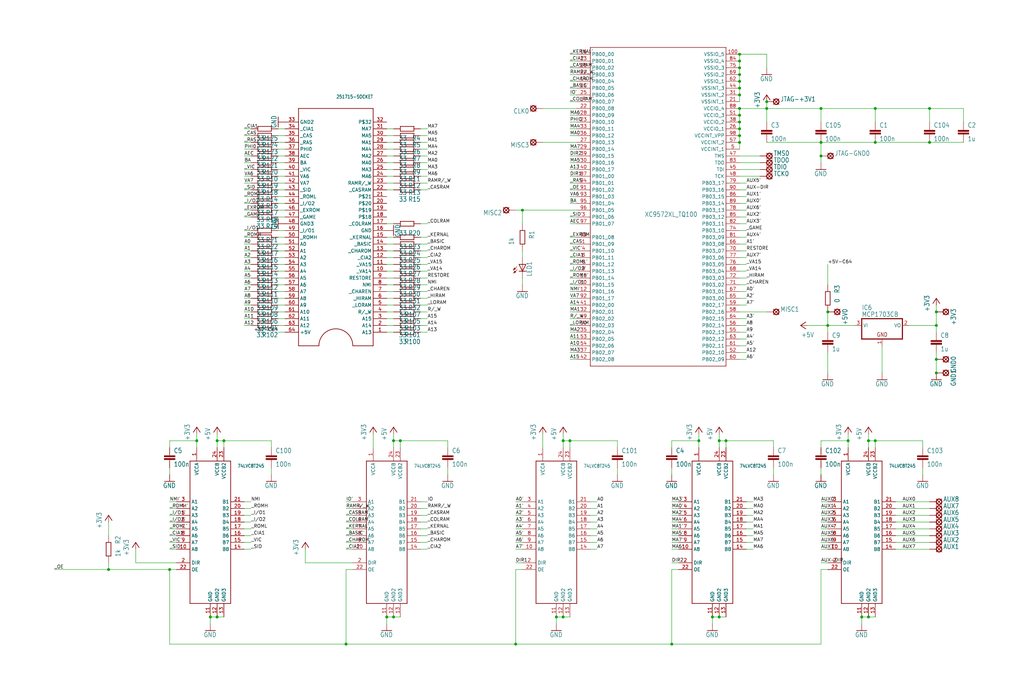
<source format=kicad_sch>
(kicad_sch (version 20231120) (generator "eeschema") (generator_version "8.0")
  (paper "User" 383.362 262.179)
  (junction (at 276.86 53.34))
  (junction (at 327.66 53.34))
  (junction (at 147.32 231.14))
  (junction (at 276.86 35.56))
  (junction (at 149.86 165.1))
  (junction (at 276.86 43.18))
  (junction (at 347.98 53.34))
  (junction (at 276.86 48.26))
  (junction (at 276.86 50.8))
  (junction (at 276.86 40.64))
  (junction (at 81.28 165.1))
  (junction (at 210.82 231.14))
  (junction (at 287.02 38.1))
  (junction (at 317.5 165.1))
  (junction (at 327.66 40.64))
  (junction (at 208.28 231.14))
  (junction (at 73.66 165.1))
  (junction (at 309.88 121.92))
  (junction (at 129.54 241.3))
  (junction (at 350.52 116.84))
  (junction (at 147.32 165.1))
  (junction (at 63.5 213.36))
  (junction (at 307.34 53.34))
  (junction (at 83.82 165.1))
  (junction (at 309.88 116.84))
  (junction (at 261.62 165.1))
  (junction (at 307.34 40.64))
  (junction (at 81.28 231.14))
  (junction (at 347.98 40.64))
  (junction (at 40.64 213.36))
  (junction (at 269.24 165.1))
  (junction (at 78.74 231.14))
  (junction (at 251.46 241.3))
  (junction (at 276.86 33.02))
  (junction (at 276.86 25.4))
  (junction (at 322.58 231.14))
  (junction (at 195.58 78.74))
  (junction (at 325.12 231.14))
  (junction (at 193.04 241.3))
  (junction (at 276.86 27.94))
  (junction (at 276.86 20.32))
  (junction (at 325.12 165.1))
  (junction (at 269.24 231.14))
  (junction (at 287.02 40.64))
  (junction (at 350.52 121.92))
  (junction (at 213.36 165.1))
  (junction (at 350.52 134.62))
  (junction (at 210.82 165.1))
  (junction (at 307.34 58.42))
  (junction (at 276.86 30.48))
  (junction (at 266.7 231.14))
  (junction (at 276.86 45.72))
  (junction (at 271.78 165.1))
  (junction (at 276.86 22.86))
  (junction (at 350.52 139.7))
  (junction (at 144.78 231.14))
  (junction (at 327.66 165.1))
  (wire (pts (xy 104.14 63.5) (xy 106.68 63.5)) (stroke (width 0.1524)))
  (wire (pts (xy 215.9 35.56) (xy 213.36 35.56)) (stroke (width 0.1524)))
  (wire (pts (xy 104.14 96.52) (xy 106.68 96.52)) (stroke (width 0.1524)))
  (wire (pts (xy 309.88 187.96) (xy 307.34 187.96)) (stroke (width 0.1524)))
  (wire (pts (xy 287.02 40.64) (xy 307.34 40.64)) (stroke (width 0.1524)))
  (wire (pts (xy 307.34 213.36) (xy 309.88 213.36)) (stroke (width 0.1524)))
  (wire (pts (xy 254 203.2) (xy 251.46 203.2)) (stroke (width 0.1524)))
  (wire (pts (xy 325.12 165.1) (xy 325.12 167.64)) (stroke (width 0.1524)))
  (wire (pts (xy 215.9 48.26) (xy 213.36 48.26)) (stroke (width 0.1524)))
  (wire (pts (xy 309.88 193.04) (xy 307.34 193.04)) (stroke (width 0.1524)))
  (wire (pts (xy 287.02 45.72) (xy 287.02 40.64)) (stroke (width 0.1524)))
  (wire (pts (xy 279.4 91.44) (xy 276.86 91.44)) (stroke (width 0.1524)))
  (wire (pts (xy 104.14 116.84) (xy 106.68 116.84)) (stroke (width 0.1524)))
  (wire (pts (xy 215.9 78.74) (xy 195.58 78.74)) (stroke (width 0.1524)))
  (wire (pts (xy 160.02 124.46) (xy 157.48 124.46)) (stroke (width 0.1524)))
  (wire (pts (xy 327.66 165.1) (xy 345.44 165.1)) (stroke (width 0.1524)))
  (wire (pts (xy 157.48 106.68) (xy 160.02 106.68)) (stroke (width 0.1524)))
  (wire (pts (xy 276.86 45.72) (xy 276.86 48.26)) (stroke (width 0.1524)))
  (wire (pts (xy 215.9 25.4) (xy 213.36 25.4)) (stroke (width 0.1524)))
  (wire (pts (xy 302.26 121.92) (xy 309.88 121.92)) (stroke (width 0.1524)))
  (wire (pts (xy 220.98 203.2) (xy 223.52 203.2)) (stroke (width 0.1524)))
  (wire (pts (xy 279.4 205.74) (xy 281.94 205.74)) (stroke (width 0.1524)))
  (wire (pts (xy 195.58 205.74) (xy 193.04 205.74)) (stroke (width 0.1524)))
  (wire (pts (xy 106.68 93.98) (xy 104.14 93.98)) (stroke (width 0.1524)))
  (wire (pts (xy 106.68 104.14) (xy 104.14 104.14)) (stroke (width 0.1524)))
  (wire (pts (xy 330.2 129.54) (xy 330.2 139.7)) (stroke (width 0.1524)))
  (wire (pts (xy 195.58 96.52) (xy 195.58 93.98)) (stroke (width 0.1524)))
  (wire (pts (xy 106.68 76.2) (xy 104.14 76.2)) (stroke (width 0.1524)))
  (wire (pts (xy 63.5 241.3) (xy 129.54 241.3)) (stroke (width 0.1524)))
  (wire (pts (xy 91.44 101.6) (xy 93.98 101.6)) (stroke (width 0.1524)))
  (wire (pts (xy 279.4 127) (xy 276.86 127)) (stroke (width 0.1524)))
  (wire (pts (xy 276.86 99.06) (xy 279.4 99.06)) (stroke (width 0.1524)))
  (wire (pts (xy 81.28 165.1) (xy 83.82 165.1)) (stroke (width 0.1524)))
  (wire (pts (xy 91.44 93.98) (xy 93.98 93.98)) (stroke (width 0.1524)))
  (wire (pts (xy 325.12 162.56) (xy 325.12 165.1)) (stroke (width 0.1524)))
  (wire (pts (xy 91.44 91.44) (xy 93.98 91.44)) (stroke (width 0.1524)))
  (wire (pts (xy 157.48 63.5) (xy 160.02 63.5)) (stroke (width 0.1524)))
  (wire (pts (xy 347.98 45.72) (xy 347.98 40.64)) (stroke (width 0.1524)))
  (wire (pts (xy 129.54 213.36) (xy 132.08 213.36)) (stroke (width 0.1524)))
  (wire (pts (xy 132.08 205.74) (xy 129.54 205.74)) (stroke (width 0.1524)))
  (wire (pts (xy 91.44 99.06) (xy 93.98 99.06)) (stroke (width 0.1524)))
  (wire (pts (xy 279.4 129.54) (xy 276.86 129.54)) (stroke (width 0.1524)))
  (wire (pts (xy 195.58 193.04) (xy 193.04 193.04)) (stroke (width 0.1524)))
  (wire (pts (xy 106.68 66.04) (xy 104.14 66.04)) (stroke (width 0.1524)))
  (wire (pts (xy 129.54 241.3) (xy 193.04 241.3)) (stroke (width 0.1524)))
  (wire (pts (xy 144.78 66.04) (xy 147.32 66.04)) (stroke (width 0.1524)))
  (wire (pts (xy 266.7 231.14) (xy 269.24 231.14)) (stroke (width 0.1524)))
  (wire (pts (xy 83.82 167.64) (xy 83.82 165.1)) (stroke (width 0.1524)))
  (wire (pts (xy 157.48 88.9) (xy 160.02 88.9)) (stroke (width 0.1524)))
  (wire (pts (xy 93.98 50.8) (xy 91.44 50.8)) (stroke (width 0.1524)))
  (wire (pts (xy 215.9 58.42) (xy 213.36 58.42)) (stroke (width 0.1524)))
  (wire (pts (xy 144.78 233.68) (xy 144.78 231.14)) (stroke (width 0.1524)))
  (wire (pts (xy 129.54 241.3) (xy 129.54 213.36)) (stroke (width 0.1524)))
  (wire (pts (xy 93.98 53.34) (xy 91.44 53.34)) (stroke (width 0.1524)))
  (wire (pts (xy 91.44 96.52) (xy 93.98 96.52)) (stroke (width 0.1524)))
  (wire (pts (xy 215.9 43.18) (xy 213.36 43.18)) (stroke (width 0.1524)))
  (wire (pts (xy 309.88 205.74) (xy 307.34 205.74)) (stroke (width 0.1524)))
  (wire (pts (xy 106.68 81.28) (xy 104.14 81.28)) (stroke (width 0.1524)))
  (wire (pts (xy 327.66 167.64) (xy 327.66 165.1)) (stroke (width 0.1524)))
  (wire (pts (xy 157.48 203.2) (xy 160.02 203.2)) (stroke (width 0.1524)))
  (wire (pts (xy 210.82 231.14) (xy 213.36 231.14)) (stroke (width 0.1524)))
  (wire (pts (xy 157.48 193.04) (xy 160.02 193.04)) (stroke (width 0.1524)))
  (wire (pts (xy 266.7 233.68) (xy 266.7 231.14)) (stroke (width 0.1524)))
  (wire (pts (xy 104.14 91.44) (xy 106.68 91.44)) (stroke (width 0.1524)))
  (wire (pts (xy 93.98 63.5) (xy 91.44 63.5)) (stroke (width 0.1524)))
  (wire (pts (xy 157.48 71.12) (xy 160.02 71.12)) (stroke (width 0.1524)))
  (wire (pts (xy 40.64 213.36) (xy 40.64 210.82)) (stroke (width 0.1524)))
  (wire (pts (xy 114.3 210.82) (xy 114.3 205.74)) (stroke (width 0.1524)))
  (wire (pts (xy 147.32 124.46) (xy 144.78 124.46)) (stroke (width 0.1524)))
  (wire (pts (xy 220.98 190.5) (xy 223.52 190.5)) (stroke (width 0.1524)))
  (wire (pts (xy 279.4 200.66) (xy 281.94 200.66)) (stroke (width 0.1524)))
  (wire (pts (xy 276.86 78.74) (xy 279.4 78.74)) (stroke (width 0.1524)))
  (wire (pts (xy 251.46 241.3) (xy 251.46 213.36)) (stroke (width 0.1524)))
  (wire (pts (xy 289.56 175.26) (xy 289.56 177.8)) (stroke (width 0.1524)))
  (wire (pts (xy 132.08 200.66) (xy 129.54 200.66)) (stroke (width 0.1524)))
  (wire (pts (xy 215.9 81.28) (xy 213.36 81.28)) (stroke (width 0.1524)))
  (wire (pts (xy 215.9 20.32) (xy 213.36 20.32)) (stroke (width 0.1524)))
  (wire (pts (xy 63.5 213.36) (xy 66.04 213.36)) (stroke (width 0.1524)))
  (wire (pts (xy 104.14 48.26) (xy 106.68 48.26)) (stroke (width 0.1524)))
  (wire (pts (xy 340.36 121.92) (xy 350.52 121.92)) (stroke (width 0.1524)))
  (wire (pts (xy 276.86 68.58) (xy 279.4 68.58)) (stroke (width 0.1524)))
  (wire (pts (xy 276.86 48.26) (xy 276.86 50.8)) (stroke (width 0.1524)))
  (wire (pts (xy 276.86 27.94) (xy 276.86 30.48)) (stroke (width 0.1524)))
  (wire (pts (xy 203.2 162.56) (xy 203.2 167.64)) (stroke (width 0.1524)))
  (wire (pts (xy 307.34 40.64) (xy 307.34 45.72)) (stroke (width 0.1524)))
  (wire (pts (xy 144.78 106.68) (xy 147.32 106.68)) (stroke (width 0.1524)))
  (wire (pts (xy 279.4 190.5) (xy 281.94 190.5)) (stroke (width 0.1524)))
  (wire (pts (xy 276.86 20.32) (xy 276.86 22.86)) (stroke (width 0.1524)))
  (wire (pts (xy 269.24 162.56) (xy 269.24 165.1)) (stroke (width 0.1524)))
  (wire (pts (xy 251.46 167.64) (xy 251.46 165.1)) (stroke (width 0.1524)))
  (wire (pts (xy 104.14 73.66) (xy 106.68 73.66)) (stroke (width 0.1524)))
  (wire (pts (xy 66.04 190.5) (xy 63.5 190.5)) (stroke (width 0.1524)))
  (wire (pts (xy 40.64 200.66) (xy 40.64 195.58)) (stroke (width 0.1524)))
  (wire (pts (xy 78.74 231.14) (xy 81.28 231.14)) (stroke (width 0.1524)))
  (wire (pts (xy 66.04 198.12) (xy 63.5 198.12)) (stroke (width 0.1524)))
  (wire (pts (xy 91.44 195.58) (xy 93.98 195.58)) (stroke (width 0.1524)))
  (wire (pts (xy 93.98 71.12) (xy 91.44 71.12)) (stroke (width 0.1524)))
  (wire (pts (xy 317.5 165.1) (xy 317.5 167.64)) (stroke (width 0.1524)))
  (wire (pts (xy 276.86 88.9) (xy 279.4 88.9)) (stroke (width 0.1524)))
  (wire (pts (xy 93.98 76.2) (xy 91.44 76.2)) (stroke (width 0.1524)))
  (wire (pts (xy 279.4 119.38) (xy 276.86 119.38)) (stroke (width 0.1524)))
  (wire (pts (xy 157.48 114.3) (xy 160.02 114.3)) (stroke (width 0.1524)))
  (wire (pts (xy 345.44 165.1) (xy 345.44 167.64)) (stroke (width 0.1524)))
  (wire (pts (xy 279.4 134.62) (xy 276.86 134.62)) (stroke (width 0.1524)))
  (wire (pts (xy 251.46 213.36) (xy 254 213.36)) (stroke (width 0.1524)))
  (wire (pts (xy 66.04 203.2) (xy 63.5 203.2)) (stroke (width 0.1524)))
  (wire (pts (xy 215.9 119.38) (xy 213.36 119.38)) (stroke (width 0.1524)))
  (wire (pts (xy 279.4 111.76) (xy 276.86 111.76)) (stroke (width 0.1524)))
  (wire (pts (xy 157.48 198.12) (xy 160.02 198.12)) (stroke (width 0.1524)))
  (wire (pts (xy 66.04 195.58) (xy 63.5 195.58)) (stroke (width 0.1524)))
  (wire (pts (xy 81.28 162.56) (xy 81.28 165.1)) (stroke (width 0.1524)))
  (wire (pts (xy 309.88 190.5) (xy 307.34 190.5)) (stroke (width 0.1524)))
  (wire (pts (xy 93.98 78.74) (xy 91.44 78.74)) (stroke (width 0.1524)))
  (wire (pts (xy 106.68 71.12) (xy 104.14 71.12)) (stroke (width 0.1524)))
  (wire (pts (xy 327.66 53.34) (xy 347.98 53.34)) (stroke (width 0.1524)))
  (wire (pts (xy 276.86 40.64) (xy 287.02 40.64)) (stroke (width 0.1524)))
  (wire (pts (xy 157.48 96.52) (xy 160.02 96.52)) (stroke (width 0.1524)))
  (wire (pts (xy 210.82 162.56) (xy 210.82 165.1)) (stroke (width 0.1524)))
  (wire (pts (xy 309.88 132.08) (xy 309.88 139.7)) (stroke (width 0.1524)))
  (wire (pts (xy 195.58 187.96) (xy 193.04 187.96)) (stroke (width 0.1524)))
  (wire (pts (xy 157.48 93.98) (xy 160.02 93.98)) (stroke (width 0.1524)))
  (wire (pts (xy 93.98 81.28) (xy 91.44 81.28)) (stroke (width 0.1524)))
  (wire (pts (xy 193.04 241.3) (xy 251.46 241.3)) (stroke (width 0.1524)))
  (wire (pts (xy 322.58 231.14) (xy 325.12 231.14)) (stroke (width 0.1524)))
  (wire (pts (xy 307.34 241.3) (xy 307.34 213.36)) (stroke (width 0.1524)))
  (wire (pts (xy 149.86 167.64) (xy 149.86 165.1)) (stroke (width 0.1524)))
  (wire (pts (xy 347.98 40.64) (xy 360.68 40.64)) (stroke (width 0.1524)))
  (wire (pts (xy 254 198.12) (xy 251.46 198.12)) (stroke (width 0.1524)))
  (wire (pts (xy 157.48 116.84) (xy 160.02 116.84)) (stroke (width 0.1524)))
  (wire (pts (xy 215.9 104.14) (xy 213.36 104.14)) (stroke (width 0.1524)))
  (wire (pts (xy 213.36 134.62) (xy 215.9 134.62)) (stroke (width 0.1524)))
  (wire (pts (xy 66.04 200.66) (xy 63.5 200.66)) (stroke (width 0.1524)))
  (wire (pts (xy 279.4 193.04) (xy 281.94 193.04)) (stroke (width 0.1524)))
  (wire (pts (xy 215.9 33.02) (xy 213.36 33.02)) (stroke (width 0.1524)))
  (wire (pts (xy 195.58 83.82) (xy 195.58 78.74)) (stroke (width 0.1524)))
  (wire (pts (xy 157.48 53.34) (xy 160.02 53.34)) (stroke (width 0.1524)))
  (wire (pts (xy 276.86 93.98) (xy 279.4 93.98)) (stroke (width 0.1524)))
  (wire (pts (xy 106.68 60.96) (xy 104.14 60.96)) (stroke (width 0.1524)))
  (wire (pts (xy 144.78 58.42) (xy 147.32 58.42)) (stroke (width 0.1524)))
  (wire (pts (xy 276.86 116.84) (xy 287.02 116.84)) (stroke (width 0.1524)))
  (wire (pts (xy 335.28 195.58) (xy 347.98 195.58)) (stroke (width 0.1524)))
  (wire (pts (xy 215.9 132.08) (xy 213.36 132.08)) (stroke (width 0.1524)))
  (wire (pts (xy 251.46 165.1) (xy 261.62 165.1)) (stroke (width 0.1524)))
  (wire (pts (xy 132.08 195.58) (xy 129.54 195.58)) (stroke (width 0.1524)))
  (wire (pts (xy 91.44 104.14) (xy 93.98 104.14)) (stroke (width 0.1524)))
  (wire (pts (xy 147.32 165.1) (xy 149.86 165.1)) (stroke (width 0.1524)))
  (wire (pts (xy 104.14 86.36) (xy 106.68 86.36)) (stroke (width 0.1524)))
  (wire (pts (xy 160.02 121.92) (xy 157.48 121.92)) (stroke (width 0.1524)))
  (wire (pts (xy 93.98 48.26) (xy 91.44 48.26)) (stroke (width 0.1524)))
  (wire (pts (xy 279.4 187.96) (xy 281.94 187.96)) (stroke (width 0.1524)))
  (wire (pts (xy 215.9 22.86) (xy 213.36 22.86)) (stroke (width 0.1524)))
  (wire (pts (xy 231.14 175.26) (xy 231.14 177.8)) (stroke (width 0.1524)))
  (wire (pts (xy 195.58 203.2) (xy 193.04 203.2)) (stroke (width 0.1524)))
  (wire (pts (xy 220.98 198.12) (xy 223.52 198.12)) (stroke (width 0.1524)))
  (wire (pts (xy 350.52 132.08) (xy 350.52 134.62)) (stroke (width 0.1524)))
  (wire (pts (xy 279.4 203.2) (xy 281.94 203.2)) (stroke (width 0.1524)))
  (wire (pts (xy 215.9 93.98) (xy 213.36 93.98)) (stroke (width 0.1524)))
  (wire (pts (xy 215.9 76.2) (xy 213.36 76.2)) (stroke (width 0.1524)))
  (wire (pts (xy 307.34 210.82) (xy 309.88 210.82)) (stroke (width 0.1524)))
  (wire (pts (xy 345.44 175.26) (xy 345.44 177.8)) (stroke (width 0.1524)))
  (wire (pts (xy 132.08 187.96) (xy 129.54 187.96)) (stroke (width 0.1524)))
  (wire (pts (xy 279.4 114.3) (xy 276.86 114.3)) (stroke (width 0.1524)))
  (wire (pts (xy 104.14 106.68) (xy 106.68 106.68)) (stroke (width 0.1524)))
  (wire (pts (xy 106.68 88.9) (xy 104.14 88.9)) (stroke (width 0.1524)))
  (wire (pts (xy 213.36 129.54) (xy 215.9 129.54)) (stroke (width 0.1524)))
  (wire (pts (xy 213.36 165.1) (xy 231.14 165.1)) (stroke (width 0.1524)))
  (wire (pts (xy 309.88 200.66) (xy 307.34 200.66)) (stroke (width 0.1524)))
  (wire (pts (xy 284.48 58.42) (xy 276.86 58.42)) (stroke (width 0.1524)))
  (wire (pts (xy 147.32 162.56) (xy 147.32 165.1)) (stroke (width 0.1524)))
  (wire (pts (xy 322.58 233.68) (xy 322.58 231.14)) (stroke (width 0.1524)))
  (wire (pts (xy 276.86 25.4) (xy 276.86 27.94)) (stroke (width 0.1524)))
  (wire (pts (xy 215.9 83.82) (xy 213.36 83.82)) (stroke (width 0.1524)))
  (wire (pts (xy 309.88 121.92) (xy 309.88 124.46)) (stroke (width 0.1524)))
  (wire (pts (xy 215.9 45.72) (xy 213.36 45.72)) (stroke (width 0.1524)))
  (wire (pts (xy 215.9 124.46) (xy 213.36 124.46)) (stroke (width 0.1524)))
  (wire (pts (xy 167.64 165.1) (xy 167.64 167.64)) (stroke (width 0.1524)))
  (wire (pts (xy 144.78 60.96) (xy 147.32 60.96)) (stroke (width 0.1524)))
  (wire (pts (xy 279.4 195.58) (xy 281.94 195.58)) (stroke (width 0.1524)))
  (wire (pts (xy 157.48 200.66) (xy 160.02 200.66)) (stroke (width 0.1524)))
  (wire (pts (xy 106.68 114.3) (xy 104.14 114.3)) (stroke (width 0.1524)))
  (wire (pts (xy 160.02 119.38) (xy 157.48 119.38)) (stroke (width 0.1524)))
  (wire (pts (xy 254 195.58) (xy 251.46 195.58)) (stroke (width 0.1524)))
  (wire (pts (xy 215.9 111.76) (xy 213.36 111.76)) (stroke (width 0.1524)))
  (wire (pts (xy 215.9 50.8) (xy 213.36 50.8)) (stroke (width 0.1524)))
  (wire (pts (xy 276.86 71.12) (xy 279.4 71.12)) (stroke (width 0.1524)))
  (wire (pts (xy 193.04 241.3) (xy 193.04 213.36)) (stroke (width 0.1524)))
  (wire (pts (xy 106.68 50.8) (xy 104.14 50.8)) (stroke (width 0.1524)))
  (wire (pts (xy 276.86 73.66) (xy 279.4 73.66)) (stroke (width 0.1524)))
  (wire (pts (xy 104.14 68.58) (xy 106.68 68.58)) (stroke (width 0.1524)))
  (wire (pts (xy 157.48 58.42) (xy 160.02 58.42)) (stroke (width 0.1524)))
  (wire (pts (xy 91.44 193.04) (xy 93.98 193.04)) (stroke (width 0.1524)))
  (wire (pts (xy 309.88 106.68) (xy 309.88 99.06)) (stroke (width 0.1524)))
  (wire (pts (xy 132.08 198.12) (xy 129.54 198.12)) (stroke (width 0.1524)))
  (wire (pts (xy 254 200.66) (xy 251.46 200.66)) (stroke (width 0.1524)))
  (wire (pts (xy 213.36 114.3) (xy 215.9 114.3)) (stroke (width 0.1524)))
  (wire (pts (xy 93.98 68.58) (xy 91.44 68.58)) (stroke (width 0.1524)))
  (wire (pts (xy 309.88 198.12) (xy 307.34 198.12)) (stroke (width 0.1524)))
  (wire (pts (xy 147.32 99.06) (xy 144.78 99.06)) (stroke (width 0.1524)))
  (wire (pts (xy 83.82 165.1) (xy 101.6 165.1)) (stroke (width 0.1524)))
  (wire (pts (xy 106.68 55.88) (xy 104.14 55.88)) (stroke (width 0.1524)))
  (wire (pts (xy 91.44 205.74) (xy 93.98 205.74)) (stroke (width 0.1524)))
  (wire (pts (xy 157.48 66.04) (xy 160.02 66.04)) (stroke (width 0.1524)))
  (wire (pts (xy 287.02 53.34) (xy 307.34 53.34)) (stroke (width 0.1524)))
  (wire (pts (xy 144.78 48.26) (xy 147.32 48.26)) (stroke (width 0.1524)))
  (wire (pts (xy 91.44 106.68) (xy 93.98 106.68)) (stroke (width 0.1524)))
  (wire (pts (xy 132.08 193.04) (xy 129.54 193.04)) (stroke (width 0.1524)))
  (wire (pts (xy 157.48 101.6) (xy 160.02 101.6)) (stroke (width 0.1524)))
  (wire (pts (xy 157.48 99.06) (xy 160.02 99.06)) (stroke (width 0.1524)))
  (wire (pts (xy 325.12 165.1) (xy 327.66 165.1)) (stroke (width 0.1524)))
  (wire (pts (xy 144.78 231.14) (xy 147.32 231.14)) (stroke (width 0.1524)))
  (wire (pts (xy 157.48 91.44) (xy 160.02 91.44)) (stroke (width 0.1524)))
  (wire (pts (xy 147.32 119.38) (xy 144.78 119.38)) (stroke (width 0.1524)))
  (wire (pts (xy 269.24 165.1) (xy 271.78 165.1)) (stroke (width 0.1524)))
  (wire (pts (xy 350.52 121.92) (xy 350.52 124.46)) (stroke (width 0.1524)))
  (wire (pts (xy 63.5 241.3) (xy 63.5 213.36)) (stroke (width 0.1524)))
  (wire (pts (xy 276.86 33.02) (xy 276.86 35.56)) (stroke (width 0.1524)))
  (wire (pts (xy 276.86 53.34) (xy 276.86 55.88)) (stroke (width 0.1524)))
  (wire (pts (xy 309.88 195.58) (xy 307.34 195.58)) (stroke (width 0.1524)))
  (wire (pts (xy 149.86 165.1) (xy 167.64 165.1)) (stroke (width 0.1524)))
  (wire (pts (xy 215.9 96.52) (xy 213.36 96.52)) (stroke (width 0.1524)))
  (wire (pts (xy 91.44 200.66) (xy 93.98 200.66)) (stroke (width 0.1524)))
  (wire (pts (xy 254 193.04) (xy 251.46 193.04)) (stroke (width 0.1524)))
  (wire (pts (xy 144.78 68.58) (xy 147.32 68.58)) (stroke (width 0.1524)))
  (wire (pts (xy 157.48 109.22) (xy 160.02 109.22)) (stroke (width 0.1524)))
  (wire (pts (xy 195.58 106.68) (xy 195.58 104.14)) (stroke (width 0.1524)))
  (wire (pts (xy 147.32 165.1) (xy 147.32 167.64)) (stroke (width 0.1524)))
  (wire (pts (xy 289.56 165.1) (xy 289.56 167.64)) (stroke (width 0.1524)))
  (wire (pts (xy 350.52 116.84) (xy 350.52 121.92)) (stroke (width 0.1524)))
  (wire (pts (xy 73.66 165.1) (xy 73.66 167.64)) (stroke (width 0.1524)))
  (wire (pts (xy 251.46 210.82) (xy 254 210.82)) (stroke (width 0.1524)))
  (wire (pts (xy 276.86 30.48) (xy 276.86 33.02)) (stroke (width 0.1524)))
  (wire (pts (xy 325.12 231.14) (xy 327.66 231.14)) (stroke (width 0.1524)))
  (wire (pts (xy 195.58 195.58) (xy 193.04 195.58)) (stroke (width 0.1524)))
  (wire (pts (xy 93.98 73.66) (xy 91.44 73.66)) (stroke (width 0.1524)))
  (wire (pts (xy 350.52 134.62) (xy 350.52 139.7)) (stroke (width 0.1524)))
  (wire (pts (xy 93.98 66.04) (xy 91.44 66.04)) (stroke (width 0.1524)))
  (wire (pts (xy 157.48 111.76) (xy 160.02 111.76)) (stroke (width 0.1524)))
  (wire (pts (xy 208.28 231.14) (xy 210.82 231.14)) (stroke (width 0.1524)))
  (wire (pts (xy 195.58 190.5) (xy 193.04 190.5)) (stroke (width 0.1524)))
  (wire (pts (xy 147.32 93.98) (xy 144.78 93.98)) (stroke (width 0.1524)))
  (wire (pts (xy 335.28 190.5) (xy 347.98 190.5)) (stroke (width 0.1524)))
  (wire (pts (xy 144.78 63.5) (xy 147.32 63.5)) (stroke (width 0.1524)))
  (wire (pts (xy 93.98 58.42) (xy 91.44 58.42)) (stroke (width 0.1524)))
  (wire (pts (xy 91.44 116.84) (xy 93.98 116.84)) (stroke (width 0.1524)))
  (wire (pts (xy 66.04 205.74) (xy 63.5 205.74)) (stroke (width 0.1524)))
  (wire (pts (xy 276.86 66.04) (xy 284.48 66.04)) (stroke (width 0.1524)))
  (wire (pts (xy 215.9 91.44) (xy 213.36 91.44)) (stroke (width 0.1524)))
  (wire (pts (xy 144.78 91.44) (xy 147.32 91.44)) (stroke (width 0.1524)))
  (wire (pts (xy 106.68 99.06) (xy 104.14 99.06)) (stroke (width 0.1524)))
  (wire (pts (xy 307.34 177.8) (xy 307.34 175.26)) (stroke (width 0.1524)))
  (wire (pts (xy 144.78 88.9) (xy 147.32 88.9)) (stroke (width 0.1524)))
  (wire (pts (xy 254 187.96) (xy 251.46 187.96)) (stroke (width 0.1524)))
  (wire (pts (xy 157.48 50.8) (xy 160.02 50.8)) (stroke (width 0.1524)))
  (wire (pts (xy 132.08 203.2) (xy 129.54 203.2)) (stroke (width 0.1524)))
  (wire (pts (xy 81.28 231.14) (xy 83.82 231.14)) (stroke (width 0.1524)))
  (wire (pts (xy 309.88 203.2) (xy 307.34 203.2)) (stroke (width 0.1524)))
  (wire (pts (xy 231.14 165.1) (xy 231.14 167.64)) (stroke (width 0.1524)))
  (wire (pts (xy 66.04 210.82) (xy 50.8 210.82)) (stroke (width 0.1524)))
  (wire (pts (xy 215.9 106.68) (xy 213.36 106.68)) (stroke (width 0.1524)))
  (wire (pts (xy 215.9 38.1) (xy 213.36 38.1)) (stroke (width 0.1524)))
  (wire (pts (xy 144.78 55.88) (xy 147.32 55.88)) (stroke (width 0.1524)))
  (wire (pts (xy 91.44 198.12) (xy 93.98 198.12)) (stroke (width 0.1524)))
  (wire (pts (xy 251.46 241.3) (xy 307.34 241.3)) (stroke (width 0.1524)))
  (wire (pts (xy 144.78 116.84) (xy 147.32 116.84)) (stroke (width 0.1524)))
  (wire (pts (xy 276.86 106.68) (xy 279.4 106.68)) (stroke (width 0.1524)))
  (wire (pts (xy 104.14 58.42) (xy 106.68 58.42)) (stroke (width 0.1524)))
  (wire (pts (xy 220.98 200.66) (xy 223.52 200.66)) (stroke (width 0.1524)))
  (wire (pts (xy 220.98 187.96) (xy 223.52 187.96)) (stroke (width 0.1524)))
  (wire (pts (xy 132.08 190.5) (xy 129.54 190.5)) (stroke (width 0.1524)))
  (wire (pts (xy 63.5 213.36) (xy 40.64 213.36)) (stroke (width 0.1524)))
  (wire (pts (xy 287.02 25.4) (xy 287.02 20.32)) (stroke (width 0.1524)))
  (wire (pts (xy 215.9 55.88) (xy 213.36 55.88)) (stroke (width 0.1524)))
  (wire (pts (xy 93.98 55.88) (xy 91.44 55.88)) (stroke (width 0.1524)))
  (wire (pts (xy 106.68 124.46) (xy 104.14 124.46)) (stroke (width 0.1524)))
  (wire (pts (xy 269.24 165.1) (xy 269.24 167.64)) (stroke (width 0.1524)))
  (wire (pts (xy 215.9 60.96) (xy 213.36 60.96)) (stroke (width 0.1524)))
  (wire (pts (xy 276.86 76.2) (xy 279.4 76.2)) (stroke (width 0.1524)))
  (wire (pts (xy 104.14 78.74) (xy 106.68 78.74)) (stroke (width 0.1524)))
  (wire (pts (xy 144.78 111.76) (xy 147.32 111.76)) (stroke (width 0.1524)))
  (wire (pts (xy 335.28 205.74) (xy 347.98 205.74)) (stroke (width 0.1524)))
  (wire (pts (xy 144.78 83.82) (xy 147.32 83.82)) (stroke (width 0.1524)))
  (wire (pts (xy 320.04 121.92) (xy 309.88 121.92)) (stroke (width 0.1524)))
  (wire (pts (xy 261.62 165.1) (xy 261.62 167.64)) (stroke (width 0.1524)))
  (wire (pts (xy 63.5 165.1) (xy 73.66 165.1)) (stroke (width 0.1524)))
  (wire (pts (xy 167.64 175.26) (xy 167.64 177.8)) (stroke (width 0.1524)))
  (wire (pts (xy 91.44 111.76) (xy 93.98 111.76)) (stroke (width 0.1524)))
  (wire (pts (xy 271.78 167.64) (xy 271.78 165.1)) (stroke (width 0.1524)))
  (wire (pts (xy 276.86 35.56) (xy 276.86 38.1)) (stroke (width 0.1524)))
  (wire (pts (xy 157.48 68.58) (xy 160.02 68.58)) (stroke (width 0.1524)))
  (wire (pts (xy 157.48 187.96) (xy 160.02 187.96)) (stroke (width 0.1524)))
  (wire (pts (xy 220.98 205.74) (xy 223.52 205.74)) (stroke (width 0.1524)))
  (wire (pts (xy 215.9 40.64) (xy 203.2 40.64)) (stroke (width 0.1524)))
  (wire (pts (xy 327.66 40.64) (xy 327.66 45.72)) (stroke (width 0.1524)))
  (wire (pts (xy 193.04 210.82) (xy 195.58 210.82)) (stroke (width 0.1524)))
  (wire (pts (xy 271.78 165.1) (xy 289.56 165.1)) (stroke (width 0.1524)))
  (wire (pts (xy 195.58 200.66) (xy 193.04 200.66)) (stroke (width 0.1524)))
  (wire (pts (xy 350.52 114.3) (xy 350.52 116.84)) (stroke (width 0.1524)))
  (wire (pts (xy 307.34 40.64) (xy 327.66 40.64)) (stroke (width 0.1524)))
  (wire (pts (xy 254 205.74) (xy 251.46 205.74)) (stroke (width 0.1524)))
  (wire (pts (xy 360.68 40.64) (xy 360.68 45.72)) (stroke (width 0.1524)))
  (wire (pts (xy 139.7 162.56) (xy 139.7 167.64)) (stroke (width 0.1524)))
  (wire (pts (xy 147.32 231.14) (xy 149.86 231.14)) (stroke (width 0.1524)))
  (wire (pts (xy 195.58 78.74) (xy 193.04 78.74)) (stroke (width 0.1524)))
  (wire (pts (xy 276.86 104.14) (xy 279.4 104.14)) (stroke (width 0.1524)))
  (wire (pts (xy 254 190.5) (xy 251.46 190.5)) (stroke (width 0.1524)))
  (wire (pts (xy 276.86 22.86) (xy 276.86 25.4)) (stroke (width 0.1524)))
  (wire (pts (xy 157.48 48.26) (xy 160.02 48.26)) (stroke (width 0.1524)))
  (wire (pts (xy 144.78 53.34) (xy 147.32 53.34)) (stroke (width 0.1524)))
  (wire (pts (xy 284.48 63.5) (xy 276.86 63.5)) (stroke (width 0.1524)))
  (wire (pts (xy 276.86 43.18) (xy 276.86 45.72)) (stroke (width 0.1524)))
  (wire (pts (xy 215.9 121.92) (xy 213.36 121.92)) (stroke (width 0.1524)))
  (wire (pts (xy 215.9 71.12) (xy 213.36 71.12)) (stroke (width 0.1524)))
  (wire (pts (xy 210.82 165.1) (xy 210.82 167.64)) (stroke (width 0.1524)))
  (wire (pts (xy 335.28 203.2) (xy 347.98 203.2)) (stroke (width 0.1524)))
  (wire (pts (xy 144.78 71.12) (xy 147.32 71.12)) (stroke (width 0.1524)))
  (wire (pts (xy 157.48 195.58) (xy 160.02 195.58)) (stroke (width 0.1524)))
  (wire (pts (xy 66.04 187.96) (xy 63.5 187.96)) (stroke (width 0.1524)))
  (wire (pts (xy 104.14 53.34) (xy 106.68 53.34)) (stroke (width 0.1524)))
  (wire (pts (xy 63.5 177.8) (xy 63.5 175.26)) (stroke (width 0.1524)))
  (wire (pts (xy 144.78 121.92) (xy 147.32 121.92)) (stroke (width 0.1524)))
  (wire (pts (xy 104.14 101.6) (xy 106.68 101.6)) (stroke (width 0.1524)))
  (wire (pts (xy 50.8 210.82) (xy 50.8 205.74)) (stroke (width 0.1524)))
  (wire (pts (xy 215.9 27.94) (xy 213.36 27.94)) (stroke (width 0.1524)))
  (wire (pts (xy 144.78 50.8) (xy 147.32 50.8)) (stroke (width 0.1524)))
  (wire (pts (xy 269.24 231.14) (xy 271.78 231.14)) (stroke (width 0.1524)))
  (wire (pts (xy 78.74 233.68) (xy 78.74 231.14)) (stroke (width 0.1524)))
  (wire (pts (xy 73.66 162.56) (xy 73.66 165.1)) (stroke (width 0.1524)))
  (wire (pts (xy 279.4 198.12) (xy 281.94 198.12)) (stroke (width 0.1524)))
  (wire (pts (xy 104.14 121.92) (xy 106.68 121.92)) (stroke (width 0.1524)))
  (wire (pts (xy 147.32 109.22) (xy 144.78 109.22)) (stroke (width 0.1524)))
  (wire (pts (xy 215.9 109.22) (xy 213.36 109.22)) (stroke (width 0.1524)))
  (wire (pts (xy 215.9 30.48) (xy 213.36 30.48)) (stroke (width 0.1524)))
  (wire (pts (xy 335.28 193.04) (xy 347.98 193.04)) (stroke (width 0.1524)))
  (wire (pts (xy 157.48 104.14) (xy 160.02 104.14)) (stroke (width 0.1524)))
  (wire (pts (xy 307.34 53.34) (xy 307.34 58.42)) (stroke (width 0.1524)))
  (wire (pts (xy 93.98 86.36) (xy 91.44 86.36)) (stroke (width 0.1524)))
  (wire (pts (xy 91.44 109.22) (xy 93.98 109.22)) (stroke (width 0.1524)))
  (wire (pts (xy 195.58 198.12) (xy 193.04 198.12)) (stroke (width 0.1524)))
  (wire (pts (xy 91.44 119.38) (xy 93.98 119.38)) (stroke (width 0.1524)))
  (wire (pts (xy 215.9 66.04) (xy 213.36 66.04)) (stroke (width 0.1524)))
  (wire (pts (xy 215.9 68.58) (xy 213.36 68.58)) (stroke (width 0.1524)))
  (wire (pts (xy 276.86 81.28) (xy 279.4 81.28)) (stroke (width 0.1524)))
  (wire (pts (xy 279.4 124.46) (xy 276.86 124.46)) (stroke (width 0.1524)))
  (wire (pts (xy 276.86 101.6) (xy 279.4 101.6)) (stroke (width 0.1524)))
  (wire (pts (xy 91.44 121.92) (xy 93.98 121.92)) (stroke (width 0.1524)))
  (wire (pts (xy 317.5 162.56) (xy 317.5 165.1)) (stroke (width 0.1524)))
  (wire (pts (xy 215.9 73.66) (xy 213.36 73.66)) (stroke (width 0.1524)))
  (wire (pts (xy 93.98 60.96) (xy 91.44 60.96)) (stroke (width 0.1524)))
  (wire (pts (xy 144.78 96.52) (xy 147.32 96.52)) (stroke (width 0.1524)))
  (wire (pts (xy 276.86 86.36) (xy 279.4 86.36)) (stroke (width 0.1524)))
  (wire (pts (xy 106.68 119.38) (xy 104.14 119.38)) (stroke (width 0.1524)))
  (wire (pts (xy 220.98 195.58) (xy 223.52 195.58)) (stroke (width 0.1524)))
  (wire (pts (xy 101.6 175.26) (xy 101.6 177.8)) (stroke (width 0.1524)))
  (wire (pts (xy 147.32 104.14) (xy 144.78 104.14)) (stroke (width 0.1524)))
  (wire (pts (xy 208.28 233.68) (xy 208.28 231.14)) (stroke (width 0.1524)))
  (wire (pts (xy 157.48 83.82) (xy 160.02 83.82)) (stroke (width 0.1524)))
  (wire (pts (xy 157.48 55.88) (xy 160.02 55.88)) (stroke (width 0.1524)))
  (wire (pts (xy 210.82 165.1) (xy 213.36 165.1)) (stroke (width 0.1524)))
  (wire (pts (xy 132.08 210.82) (xy 114.3 210.82)) (stroke (width 0.1524)))
  (wire (pts (xy 40.64 213.36) (xy 20.32 213.36)) (stroke (width 0.1524)))
  (wire (pts (xy 157.48 205.74) (xy 160.02 205.74)) (stroke (width 0.1524)))
  (wire (pts (xy 66.04 193.04) (xy 63.5 193.04)) (stroke (width 0.1524)))
  (wire (pts (xy 215.9 101.6) (xy 213.36 101.6)) (stroke (width 0.1524)))
  (wire (pts (xy 276.86 50.8) (xy 276.86 53.34)) (stroke (width 0.1524)))
  (wire (pts (xy 101.6 165.1) (xy 101.6 167.64)) (stroke (width 0.1524)))
  (wire (pts (xy 287.02 20.32) (xy 276.86 20.32)) (stroke (width 0.1524)))
  (wire (pts (xy 287.02 40.64) (xy 287.02 38.1)) (stroke (width 0.1524)))
  (wire (pts (xy 91.44 203.2) (xy 93.98 203.2)) (stroke (width 0.1524)))
  (wire (pts (xy 93.98 88.9) (xy 91.44 88.9)) (stroke (width 0.1524)))
  (wire (pts (xy 279.4 121.92) (xy 276.86 121.92)) (stroke (width 0.1524)))
  (wire (pts (xy 307.34 167.64) (xy 307.34 165.1)) (stroke (width 0.1524)))
  (wire (pts (xy 215.9 88.9) (xy 213.36 88.9)) (stroke (width 0.1524)))
  (wire (pts (xy 279.4 109.22) (xy 276.86 109.22)) (stroke (width 0.1524)))
  (wire (pts (xy 106.68 109.22) (xy 104.14 109.22)) (stroke (width 0.1524)))
  (wire (pts (xy 91.44 114.3) (xy 93.98 114.3)) (stroke (width 0.1524)))
  (wire (pts (xy 157.48 190.5) (xy 160.02 190.5)) (stroke (width 0.1524)))
  (wire (pts (xy 276.86 60.96) (xy 284.48 60.96)) (stroke (width 0.1524)))
  (wire (pts (xy 347.98 53.34) (xy 360.68 53.34)) (stroke (width 0.1524)))
  (wire (pts (xy 215.9 99.06) (xy 213.36 99.06)) (stroke (width 0.1524)))
  (wire (pts (xy 215.9 116.84) (xy 213.36 116.84)) (stroke (width 0.1524)))
  (wire (pts (xy 147.32 114.3) (xy 144.78 114.3)) (stroke (width 0.1524)))
  (wire (pts (xy 213.36 127) (xy 215.9 127)) (stroke (width 0.1524)))
  (wire (pts (xy 261.62 162.56) (xy 261.62 165.1)) (stroke (width 0.1524)))
  (wire (pts (xy 157.48 60.96) (xy 160.02 60.96)) (stroke (width 0.1524)))
  (wire (pts (xy 193.04 213.36) (xy 195.58 213.36)) (stroke (width 0.1524)))
  (wire (pts (xy 251.46 177.8) (xy 251.46 175.26)) (stroke (width 0.1524)))
  (wire (pts (xy 335.28 198.12) (xy 347.98 198.12)) (stroke (width 0.1524)))
  (wire (pts (xy 307.34 58.42) (xy 307.34 60.96)) (stroke (width 0.1524)))
  (wire (pts (xy 144.78 101.6) (xy 147.32 101.6)) (stroke (width 0.1524)))
  (wire (pts (xy 335.28 187.96) (xy 347.98 187.96)) (stroke (width 0.1524)))
  (wire (pts (xy 276.86 83.82) (xy 279.4 83.82)) (stroke (width 0.1524)))
  (wire (pts (xy 335.28 200.66) (xy 347.98 200.66)) (stroke (width 0.1524)))
  (wire (pts (xy 307.34 53.34) (xy 327.66 53.34)) (stroke (width 0.1524)))
  (wire (pts (xy 307.34 165.1) (xy 317.5 165.1)) (stroke (width 0.1524)))
  (wire (pts (xy 203.2 53.34) (xy 215.9 53.34)) (stroke (width 0.1524)))
  (wire (pts (xy 309.88 121.92) (xy 309.88 116.84)) (stroke (width 0.1524)))
  (wire (pts (xy 104.14 111.76) (xy 106.68 111.76)) (stroke (width 0.1524)))
  (wire (pts (xy 213.36 63.5) (xy 215.9 63.5)) (stroke (width 0.1524)))
  (wire (pts (xy 63.5 167.64) (xy 63.5 165.1)) (stroke (width 0.1524)))
  (wire (pts (xy 220.98 193.04) (xy 223.52 193.04)) (stroke (width 0.1524)))
  (wire (pts (xy 213.36 167.64) (xy 213.36 165.1)) (stroke (width 0.1524)))
  (wire (pts (xy 347.98 40.64) (xy 327.66 40.64)) (stroke (width 0.1524)))
  (wire (pts (xy 276.86 96.52) (xy 279.4 96.52)) (stroke (width 0.1524)))
  (wire (pts (xy 81.28 165.1) (xy 81.28 167.64)) (stroke (width 0.1524)))
  (wire (pts (xy 279.4 132.08) (xy 276.86 132.08)) (stroke (width 0.1524)))
  (wire (pts (xy 91.44 187.96) (xy 93.98 187.96)) (stroke (width 0.1524)))
  (wire (pts (xy 276.86 40.64) (xy 276.86 43.18)) (stroke (width 0.1524)))
  (wire (pts (xy 91.44 190.5) (xy 93.98 190.5)) (stroke (width 0.1524)))
  (label "RESTORE" (at 279.4 93.98 0) (effects (font (size 1.2446 1.2446))))
  (label "MA7'" (at 213.36 55.88 0) (effects (font (size 1.2446 1.2446))))
  (label "_SID" (at 91.44 71.12 0) (effects (font (size 1.2446 1.2446))))
  (label "A7" (at 223.52 205.74 0) (effects (font (size 1.2446 1.2446))))
  (label "_CHAROM" (at 160.02 93.98 0) (effects (font (size 1.2446 1.2446))))
  (label "_CASRAM" (at 160.02 71.12 0) (effects (font (size 1.2446 1.2446))))
  (label "_ROMH" (at 91.44 88.9 0) (effects (font (size 1.2446 1.2446))))
  (label "A2'" (at 279.4 111.76 0) (effects (font (size 1.2446 1.2446))))
  (label "A13" (at 213.36 63.5 0) (effects (font (size 1.2446 1.2446))))
  (label "_VA14" (at 160.02 101.6 0) (effects (font (size 1.2446 1.2446))))
  (label "MA2" (at 281.94 193.04 0) (effects (font (size 1.2446 1.2446))))
  (label "_CASRAM" (at 160.02 193.04 0) (effects (font (size 1.2446 1.2446))))
  (label "A2'" (at 193.04 193.04 0) (effects (font (size 1.2446 1.2446))))
  (label "AUX7" (at 337.82 205.74 0) (effects (font (size 1.2446 1.2446))))
  (label "_KERNAL'" (at 213.36 20.32 0) (effects (font (size 1.2446 1.2446))))
  (label "AUX2" (at 337.82 193.04 0) (effects (font (size 1.2446 1.2446))))
  (label "_ROML" (at 91.44 73.66 0) (effects (font (size 1.2446 1.2446))))
  (label "A10" (at 91.44 116.84 0) (effects (font (size 1.2446 1.2446))))
  (label "MA0" (at 281.94 190.5 0) (effects (font (size 1.2446 1.2446))))
  (label "_COLRAM" (at 160.02 195.58 0) (effects (font (size 1.2446 1.2446))))
  (label "_LORAM" (at 160.02 114.3 0) (effects (font (size 1.2446 1.2446))))
  (label "MA2'" (at 251.46 193.04 0) (effects (font (size 1.2446 1.2446))))
  (label "_CHAREN" (at 160.02 109.22 0) (effects (font (size 1.2446 1.2446))))
  (label "_BASIC" (at 160.02 91.44 0) (effects (font (size 1.2446 1.2446))))
  (label "A9" (at 279.4 124.46 0) (effects (font (size 1.2446 1.2446))))
  (label "AUX0'" (at 279.4 76.2 0) (effects (font (size 1.2446 1.2446))))
  (label "MA5" (at 281.94 200.66 0) (effects (font (size 1.2446 1.2446))))
  (label "_I/O2" (at 91.44 76.2 0) (effects (font (size 1.2446 1.2446))))
  (label "_ROML'" (at 213.36 99.06 0) (effects (font (size 1.2446 1.2446))))
  (label "PHI0" (at 213.36 45.72 0) (effects (font (size 1.2446 1.2446))))
  (label "MA1" (at 281.94 198.12 0) (effects (font (size 1.2446 1.2446))))
  (label "_GAME" (at 91.44 81.28 0) (effects (font (size 1.2446 1.2446))))
  (label "_CASRAM'" (at 213.36 25.4 0) (effects (font (size 1.2446 1.2446))))
  (label "NMI'" (at 63.5 187.96 0) (effects (font (size 1.2446 1.2446))))
  (label "_RAS" (at 213.36 68.58 0) (effects (font (size 1.2446 1.2446))))
  (label "_I/O2'" (at 63.5 195.58 0) (effects (font (size 1.2446 1.2446))))
  (label "MA3" (at 160.02 63.5 0) (effects (font (size 1.2446 1.2446))))
  (label "A10" (at 213.36 129.54 0) (effects (font (size 1.2446 1.2446))))
  (label "A15" (at 213.36 134.62 0) (effects (font (size 1.2446 1.2446))))
  (label "RAMR/_W'" (at 129.54 190.5 0) (effects (font (size 1.2446 1.2446))))
  (label "_ROML'" (at 63.5 198.12 0) (effects (font (size 1.2446 1.2446))))
  (label "MA6" (at 281.94 205.74 0) (effects (font (size 1.2446 1.2446))))
  (label "_EXROM" (at 213.36 88.9 0) (effects (font (size 1.2446 1.2446))))
  (label "NMI" (at 93.98 187.96 0) (effects (font (size 1.2446 1.2446))))
  (label "DIR1" (at 213.36 66.04 0) (effects (font (size 1.2446 1.2446))))
  (label "_ROML" (at 93.98 198.12 0) (effects (font (size 1.2446 1.2446))))
  (label "A6" (at 223.52 203.2 0) (effects (font (size 1.2446 1.2446))))
  (label "A2" (at 91.44 96.52 0) (effects (font (size 1.2446 1.2446))))
  (label "_CASRAM'" (at 129.54 193.04 0) (effects (font (size 1.2446 1.2446))))
  (label "DIR2" (at 213.36 58.42 0) (effects (font (size 1.2446 1.2446))))
  (label "A0'" (at 279.4 109.22 0) (effects (font (size 1.2446 1.2446))))
  (label "AUX4" (at 337.82 198.12 0) (effects (font (size 1.2446 1.2446))))
  (label "_I/O1" (at 91.44 86.36 0) (effects (font (size 1.2446 1.2446))))
  (label "_I/O2" (at 93.98 195.58 0) (effects (font (size 1.2446 1.2446))))
  (label "A4" (at 223.52 198.12 0) (effects (font (size 1.2446 1.2446))))
  (label "A11" (at 91.44 119.38 0) (effects (font (size 1.2446 1.2446))))
  (label "A6" (at 91.44 106.68 0) (effects (font (size 1.2446 1.2446))))
  (label "_ROMH'" (at 63.5 190.5 0) (effects (font (size 1.2446 1.2446))))
  (label "_OE" (at 213.36 71.12 0) (effects (font (size 1.2446 1.2446))))
  (label "_I/O1'" (at 213.36 106.68 0) (effects (font (size 1.2446 1.2446))))
  (label "AUX3'" (at 307.34 195.58 0) (effects (font (size 1.2446 1.2446))))
  (label "A1'" (at 279.4 91.44 0) (effects (font (size 1.2446 1.2446))))
  (label "IO" (at 160.02 187.96 0) (effects (font (size 1.2446 1.2446))))
  (label "A13" (at 160.02 124.46 0) (effects (font (size 1.2446 1.2446))))
  (label "_VA15" (at 279.4 99.06 0) (effects (font (size 1.2446 1.2446))))
  (label "AUX3" (at 337.82 195.58 0) (effects (font (size 1.2446 1.2446))))
  (label "_I/O1" (at 93.98 193.04 0) (effects (font (size 1.2446 1.2446))))
  (label "BA" (at 213.36 76.2 0) (effects (font (size 1.2446 1.2446))))
  (label "A8" (at 279.4 121.92 0) (effects (font (size 1.2446 1.2446))))
  (label "AUX7'" (at 307.34 205.74 0) (effects (font (size 1.2446 1.2446))))
  (label "A12" (at 91.44 121.92 0) (effects (font (size 1.2446 1.2446))))
  (label "VA7" (at 213.36 111.76 0) (effects (font (size 1.2446 1.2446))))
  (label "MA0" (at 160.02 60.96 0) (effects (font (size 1.2446 1.2446))))
  (label "MA6'" (at 251.46 205.74 0) (effects (font (size 1.2446 1.2446))))
  (label "A5" (at 223.52 200.66 0) (effects (font (size 1.2446 1.2446))))
  (label "A1" (at 91.44 93.98 0) (effects (font (size 1.2446 1.2446))))
  (label "_EXROM" (at 91.44 78.74 0) (effects (font (size 1.2446 1.2446))))
  (label "_BASIC" (at 160.02 200.66 0) (effects (font (size 1.2446 1.2446))))
  (label "AUX2'" (at 307.34 193.04 0) (effects (font (size 1.2446 1.2446))))
  (label "VA6" (at 91.44 66.04 0) (effects (font (size 1.2446 1.2446))))
  (label "_CHAROM" (at 160.02 203.2 0) (effects (font (size 1.2446 1.2446))))
  (label "A7'" (at 279.4 114.3 0) (effects (font (size 1.2446 1.2446))))
  (label "A1'" (at 193.04 190.5 0) (effects (font (size 1.2446 1.2446))))
  (label "_SID'" (at 213.36 81.28 0) (effects (font (size 1.2446 1.2446))))
  (label "_VA15" (at 160.02 99.06 0) (effects (font (size 1.2446 1.2446))))
  (label "A0" (at 223.52 187.96 0) (effects (font (size 1.2446 1.2446))))
  (label "AUX4'" (at 307.34 198.12 0) (effects (font (size 1.2446 1.2446))))
  (label "MA3'" (at 213.36 132.08 0) (effects (font (size 1.2446 1.2446))))
  (label "MA2" (at 160.02 58.42 0) (effects (font (size 1.2446 1.2446))))
  (label "AUX0" (at 337.82 187.96 0) (effects (font (size 1.2446 1.2446))))
  (label "_RAS" (at 91.44 53.34 0) (effects (font (size 1.2446 1.2446))))
  (label "_LORAM" (at 213.36 121.92 0) (effects (font (size 1.2446 1.2446))))
  (label "_CIA2" (at 160.02 205.74 0) (effects (font (size 1.2446 1.2446))))
  (label "AUX1'" (at 279.4 73.66 0) (effects (font (size 1.2446 1.2446))))
  (label "A9" (at 91.44 114.3 0) (effects (font (size 1.2446 1.2446))))
  (label "A5'" (at 279.4 129.54 0) (effects (font (size 1.2446 1.2446))))
  (label "MA3" (at 281.94 187.96 0) (effects (font (size 1.2446 1.2446))))
  (label "_CIA1" (at 93.98 200.66 0) (effects (font (size 1.2446 1.2446))))
  (label "AUX5'" (at 307.34 200.66 0) (effects (font (size 1.2446 1.2446))))
  (label "MA4'" (at 213.36 48.26 0) (effects (font (size 1.2446 1.2446))))
  (label "_CAS" (at 91.44 50.8 0) (effects (font (size 1.2446 1.2446))))
  (label "_SID'" (at 63.5 205.74 0) (effects (font (size 1.2446 1.2446))))
  (label "MA4" (at 281.94 195.58 0) (effects (font (size 1.2446 1.2446))))
  (label "_VIC'" (at 213.36 93.98 0) (effects (font (size 1.2446 1.2446))))
  (label "AUX5" (at 337.82 200.66 0) (effects (font (size 1.2446 1.2446))))
  (label "AUX-DIR" (at 279.4 71.12 0) (effects (font (size 1.2446 1.2446))))
  (label "RAMR/_W" (at 160.02 68.58 0) (effects (font (size 1.2446 1.2446))))
  (label "AUX1" (at 337.82 190.5 0) (effects (font (size 1.2446 1.2446))))
  (label "A7'" (at 193.04 205.74 0) (effects (font (size 1.2446 1.2446))))
  (label "AUX6" (at 337.82 203.2 0) (effects (font (size 1.2446 1.2446))))
  (label "_CHAREN" (at 279.4 106.68 0) (effects (font (size 1.2446 1.2446))))
  (label "_HIRAM" (at 279.4 104.14 0) (effects (font (size 1.2446 1.2446))))
  (label "AUX1'" (at 307.34 190.5 0) (effects (font (size 1.2446 1.2446))))
  (label "DIR1" (at 193.04 210.82 0) (effects (font (size 1.2446 1.2446))))
  (label "MA7" (at 281.94 203.2 0) (effects (font (size 1.2446 1.2446))))
  (label "A0" (at 91.44 91.44 0) (effects (font (size 1.2446 1.2446))))
  (label "_VIC'" (at 63.5 203.2 0) (effects (font (size 1.2446 1.2446))))
  (label "_VIC" (at 93.98 203.2 0) (effects (font (size 1.2446 1.2446))))
  (label "A7" (at 91.44 109.22 0) (effects (font (size 1.2446 1.2446))))
  (label "_CIA1'" (at 213.36 96.52 0) (effects (font (size 1.2446 1.2446))))
  (label "_KERNAL" (at 160.02 198.12 0) (effects (font (size 1.2446 1.2446))))
  (label "_GAME" (at 279.4 86.36 0) (effects (font (size 1.2446 1.2446))))
  (label "RAMR/_W'" (at 213.36 27.94 0) (effects (font (size 1.2446 1.2446))))
  (label "AUX5'" (at 279.4 68.58 0) (effects (font (size 1.2446 1.2446))))
  (label "MA1" (at 160.02 53.34 0) (effects (font (size 1.2446 1.2446))))
  (label "MA4'" (at 251.46 195.58 0) (effects (font (size 1.2446 1.2446))))
  (label "MA0'" (at 251.46 190.5 0) (effects (font (size 1.2446 1.2446))))
  (label "A4" (at 91.44 101.6 0) (effects (font (size 1.2446 1.2446))))
  (label "A1" (at 223.52 190.5 0) (effects (font (size 1.2446 1.2446))))
  (label "_CHAROM'" (at 129.54 203.2 0) (effects (font (size 1.2446 1.2446))))
  (label "VA6" (at 213.36 73.66 0) (effects (font (size 1.2446 1.2446))))
  (label "RESTORE" (at 160.02 104.14 0) (effects (font (size 1.2446 1.2446))))
  (label "DIR2" (at 251.46 210.82 0) (effects (font (size 1.2446 1.2446))))
  (label "_COLRAM'" (at 129.54 195.58 0) (effects (font (size 1.2446 1.2446))))
  (label "MA3'" (at 251.46 187.96 0) (effects (font (size 1.2446 1.2446))))
  (label "A3'" (at 193.04 195.58 0) (effects (font (size 1.2446 1.2446))))
  (label "_KERNAL" (at 160.02 88.9 0) (effects (font (size 1.2446 1.2446))))
  (label "MA4" (at 160.02 55.88 0) (effects (font (size 1.2446 1.2446))))
  (label "A14" (at 213.36 114.3 0) (effects (font (size 1.2446 1.2446))))
  (label "AUX3'" (at 279.4 83.82 0) (effects (font (size 1.2446 1.2446))))
  (label "_COLRAM" (at 160.02 83.82 0) (effects (font (size 1.2446 1.2446))))
  (label "MA5" (at 160.02 50.8 0) (effects (font (size 1.2446 1.2446))))
  (label "A6'" (at 193.04 203.2 0) (effects (font (size 1.2446 1.2446))))
  (label "_VA14" (at 279.4 101.6 0) (effects (font (size 1.2446 1.2446))))
  (label "A5'" (at 193.04 200.66 0) (effects (font (size 1.2446 1.2446))))
  (label "MA1'" (at 213.36 116.84 0) (effects (font (size 1.2446 1.2446))))
  (label "_CIA1" (at 91.44 48.26 0) (effects (font (size 1.2446 1.2446))))
  (label "A12" (at 279.4 132.08 0) (effects (font (size 1.2446 1.2446))))
  (label "A14" (at 160.02 121.92 0) (effects (font (size 1.2446 1.2446))))
  (label "AUX2'" (at 279.4 81.28 0) (effects (font (size 1.2446 1.2446))))
  (label "R/_W" (at 213.36 119.38 0) (effects (font (size 1.2446 1.2446))))
  (label "AEC" (at 91.44 58.42 0) (effects (font (size 1.2446 1.2446))))
  (label "MA5'" (at 213.36 60.96 0) (effects (font (size 1.2446 1.2446))))
  (label "A3'" (at 279.4 119.38 0) (effects (font (size 1.2446 1.2446))))
  (label "_CAS" (at 213.36 91.44 0) (effects (font (size 1.2446 1.2446))))
  (label "MA1'" (at 251.46 198.12 0) (effects (font (size 1.2446 1.2446))))
  (label "RAMR/_W" (at 160.02 190.5 0) (effects (font (size 1.2446 1.2446))))
  (label "AUX7'" (at 279.4 96.52 0) (effects (font (size 1.2446 1.2446))))
  (label "_ROMH" (at 93.98 190.5 0) (effects (font (size 1.2446 1.2446))))
  (label "AUX6'" (at 307.34 203.2 0) (effects (font (size 1.2446 1.2446))))
  (label "MA6'" (at 213.36 43.18 0) (effects (font (size 1.2446 1.2446))))
  (label "_I/O2'" (at 213.36 101.6 0) (effects (font (size 1.2446 1.2446))))
  (label "_COLRAM'" (at 213.36 38.1 0) (effects (font (size 1.2446 1.2446))))
  (label "_CIA2" (at 160.02 96.52 0) (effects (font (size 1.2446 1.2446))))
  (label "A15" (at 160.02 119.38 0) (effects (font (size 1.2446 1.2446))))
  (label "PHI0" (at 91.44 55.88 0) (effects (font (size 1.2446 1.2446))))
  (label "MA6" (at 160.02 66.04 0) (effects (font (size 1.2446 1.2446))))
  (label "_CIA2'" (at 129.54 205.74 0) (effects (font (size 1.2446 1.2446))))
  (label "NMI" (at 160.02 106.68 0) (effects (font (size 1.2446 1.2446))))
  (label "NMI'" (at 213.36 109.22 0) (effects (font (size 1.2446 1.2446))))
  (label "_VIC" (at 91.44 63.5 0) (effects (font (size 1.2446 1.2446))))
  (label "+5V-C64" (at 309.88 99.06 0) (effects (font (size 1.2446 1.2446))))
  (label "A2" (at 223.52 193.04 0) (effects (font (size 1.2446 1.2446))))
  (label "_I/O1'" (at 63.5 193.04 0) (effects (font (size 1.2446 1.2446))))
  (label "R/_W" (at 160.02 116.84 0) (effects (font (size 1.2446 1.2446))))
  (label "AEC" (at 213.36 83.82 0) (effects (font (size 1.2446 1.2446))))
  (label "VA7" (at 91.44 68.58 0) (effects (font (size 1.2446 1.2446))))
  (label "IO'" (at 129.54 187.96 0) (effects (font (size 1.2446 1.2446))))
  (label "MA2'" (at 213.36 124.46 0) (effects (font (size 1.2446 1.2446))))
  (label "_KERNAL'" (at 129.54 198.12 0) (effects (font (size 1.2446 1.2446))))
  (label "BA" (at 91.44 60.96 0) (effects (font (size 1.2446 1.2446))))
  (label "AUX-DIR" (at 307.34 210.82 0) (effects (font (size 1.2446 1.2446))))
  (label "_CIA2'" (at 213.36 22.86 0) (effects (font (size 1.2446 1.2446))))
  (label "_CIA1'" (at 63.5 200.66 0) (effects (font (size 1.2446 1.2446))))
  (label "A0'" (at 193.04 187.96 0) (effects (font (size 1.2446 1.2446))))
  (label "A4'" (at 193.04 198.12 0) (effects (font (size 1.2446 1.2446))))
  (label "A5" (at 91.44 104.14 0) (effects (font (size 1.2446 1.2446))))
  (label "_ROMH'" (at 213.36 104.14 0) (effects (font (size 1.2446 1.2446))))
  (label "_SID" (at 93.98 205.74 0) (effects (font (size 1.2446 1.2446))))
  (label "A3" (at 223.52 195.58 0) (effects (font (size 1.2446 1.2446))))
  (label "_HIRAM" (at 160.02 111.76 0) (effects (font (size 1.2446 1.2446))))
  (label "AUX0'" (at 307.34 187.96 0) (effects (font (size 1.2446 1.2446))))
  (label "_BASIC'" (at 129.54 200.66 0) (effects (font (size 1.2446 1.2446))))
  (label "AUX4'" (at 279.4 88.9 0) (effects (font (size 1.2446 1.2446))))
  (label "A6'" (at 279.4 134.62 0) (effects (font (size 1.2446 1.2446))))
  (label "MA5'" (at 251.46 200.66 0) (effects (font (size 1.2446 1.2446))))
  (label "A4'" (at 279.4 127 0) (effects (font (size 1.2446 1.2446))))
  (label "MA0'" (at 213.36 50.8 0) (effects (font (size 1.2446 1.2446))))
  (label "+5V-C64" (at 104.14 124.46 180) (effects (font (size 1.2446 1.2446))))
  (label "_OE" (at 20.32 213.36 0) (effects (font (size 1.2446 1.2446))))
  (label "A3" (at 91.44 99.06 0) (effects (font (size 1.2446 1.2446))))
  (label "MA7" (at 160.02 48.26 0) (effects (font (size 1.2446 1.2446))))
  (label "MA7'" (at 251.46 203.2 0) (effects (font (size 1.2446 1.2446))))
  (label "_CHAROM'" (at 213.36 30.48 0) (effects (font (size 1.2446 1.2446))))
  (label "AUX6'" (at 279.4 78.74 0) (effects (font (size 1.2446 1.2446))))
  (label "_BASIC'" (at 213.36 33.02 0) (effects (font (size 1.2446 1.2446))))
  (label "IO'" (at 213.36 35.56 0) (effects (font (size 1.2446 1.2446))))
  (label "A8" (at 91.44 111.76 0) (effects (font (size 1.2446 1.2446))))
  (label "A11" (at 213.36 127 0) (effects (font (size 1.2446 1.2446))))
  (symbol (lib_id "pla251715-eagle-import:GND") (at 104.14 45.72 270) (unit 1)
    (property "Reference" "#GND13" (effects (hide yes)))
    (property "Value" "GND" (at 101.6 43.18 0) (effects (font (size 1.778 1.5113)) (justify left bottom)))
  )
  (symbol (lib_id "pla251715-eagle-import:R-EU_R0402") (at 152.4 116.84 180) (unit 1)
    (property "Reference" "R105" (at 157.48 119.38 0) (effects (font (size 1.778 1.5113)) (justify left bottom)))
    (property "Value" "33" (at 152.4 119.38 0) (effects (font (size 1.778 1.5113)) (justify left bottom)))
    (property "Footprint" "pla251715:R0402" (effects (hide yes)))
  )
  (symbol (lib_id "pla251715-eagle-import:C-EUC0603") (at 251.46 170.18 0) (unit 1)
    (property "Reference" "C4" (at 252.984 169.799 0) (effects (font (size 1.778 1.5113)) (justify left bottom)))
    (property "Value" "100n" (at 252.984 174.879 0) (effects (font (size 1.778 1.5113)) (justify left bottom)))
    (property "Footprint" "pla251715:C0603" (effects (hide yes)))
  )
  (symbol (lib_id "pla251715-eagle-import:LSP10") (at 350.52 200.66 270) (unit 1)
    (property "Reference" "AUX3" (at 353.06 200.66 90) (effects (font (size 1.778 1.5113)) (justify left bottom)))
    (property "Value" "LSP10" (effects (hide yes)))
    (property "Footprint" "pla251715:LSP10" (effects (hide yes)))
  )
  (symbol (lib_id "pla251715-eagle-import:R-EU_R0402") (at 99.06 50.8 180) (unit 1)
    (property "Reference" "R124" (at 104.14 53.34 0) (effects (font (size 1.778 1.5113)) (justify left bottom)))
    (property "Value" "33" (at 99.06 53.34 0) (effects (font (size 1.778 1.5113)) (justify left bottom)))
    (property "Footprint" "pla251715:R0402" (effects (hide yes)))
  )
  (symbol (lib_id "pla251715-eagle-import:R-EU_R0402") (at 99.06 81.28 180) (unit 1)
    (property "Reference" "R19" (at 104.14 83.82 0) (effects (font (size 1.778 1.5113)) (justify left bottom)))
    (property "Value" "33" (at 99.06 83.82 0) (effects (font (size 1.778 1.5113)) (justify left bottom)))
    (property "Footprint" "pla251715:R0402" (effects (hide yes)))
  )
  (symbol (lib_id "pla251715-eagle-import:R-EU_R0402") (at 99.06 121.92 180) (unit 1)
    (property "Reference" "R102" (at 104.14 124.46 0) (effects (font (size 1.778 1.5113)) (justify left bottom)))
    (property "Value" "33" (at 99.06 124.46 0) (effects (font (size 1.778 1.5113)) (justify left bottom)))
    (property "Footprint" "pla251715:R0402" (effects (hide yes)))
  )
  (symbol (lib_id "pla251715-eagle-import:R-EU_R0402") (at 152.4 63.5 180) (unit 1)
    (property "Reference" "R11" (at 157.48 66.04 0) (effects (font (size 1.778 1.5113)) (justify left bottom)))
    (property "Value" "33" (at 152.4 66.04 0) (effects (font (size 1.778 1.5113)) (justify left bottom)))
    (property "Footprint" "pla251715:R0402" (effects (hide yes)))
  )
  (symbol (lib_id "pla251715-eagle-import:C-EUC0603") (at 231.14 170.18 0) (unit 1)
    (property "Reference" "C101" (at 232.664 169.799 0) (effects (font (size 1.778 1.5113)) (justify left bottom)))
    (property "Value" "100n" (at 232.664 174.879 0) (effects (font (size 1.778 1.5113)) (justify left bottom)))
    (property "Footprint" "pla251715:C0603" (effects (hide yes)))
  )
  (symbol (lib_id "pla251715-eagle-import:GND") (at 266.7 236.22 0) (unit 1)
    (property "Reference" "#GND57" (effects (hide yes)))
    (property "Value" "GND" (at 264.16 238.76 0) (effects (font (size 1.778 1.5113)) (justify left bottom)))
  )
  (symbol (lib_id "pla251715-eagle-import:R-EU_R0402") (at 99.06 86.36 180) (unit 1)
    (property "Reference" "R21" (at 104.14 88.9 0) (effects (font (size 1.778 1.5113)) (justify left bottom)))
    (property "Value" "33" (at 99.06 88.9 0) (effects (font (size 1.778 1.5113)) (justify left bottom)))
    (property "Footprint" "pla251715:R0402" (effects (hide yes)))
  )
  (symbol (lib_id "pla251715-eagle-import:GND") (at 289.56 180.34 0) (unit 1)
    (property "Reference" "#GND56" (effects (hide yes)))
    (property "Value" "GND" (at 287.02 182.88 0) (effects (font (size 1.778 1.5113)) (justify left bottom)))
  )
  (symbol (lib_id "pla251715-eagle-import:R-EU_R0402") (at 99.06 119.38 180) (unit 1)
    (property "Reference" "R104" (at 104.14 121.92 0) (effects (font (size 1.778 1.5113)) (justify left bottom)))
    (property "Value" "33" (at 99.06 121.92 0) (effects (font (size 1.778 1.5113)) (justify left bottom)))
    (property "Footprint" "pla251715:R0402" (effects (hide yes)))
  )
  (symbol (lib_id "pla251715-eagle-import:LSP10") (at 353.06 116.84 270) (unit 1)
    (property "Reference" "+3V3" (at 355.981 115.57 0) (effects (font (size 1.778 1.5113)) (justify left bottom)))
    (property "Value" "LSP10" (effects (hide yes)))
    (property "Footprint" "pla251715:LSP10" (effects (hide yes)))
  )
  (symbol (lib_id "pla251715-eagle-import:GND") (at 231.14 180.34 0) (unit 1)
    (property "Reference" "#GND51" (effects (hide yes)))
    (property "Value" "GND" (at 228.6 182.88 0) (effects (font (size 1.778 1.5113)) (justify left bottom)))
  )
  (symbol (lib_id "pla251715-eagle-import:R-EU_R0402") (at 99.06 66.04 180) (unit 1)
    (property "Reference" "R119" (at 104.14 68.58 0) (effects (font (size 1.778 1.5113)) (justify left bottom)))
    (property "Value" "33" (at 99.06 68.58 0) (effects (font (size 1.778 1.5113)) (justify left bottom)))
    (property "Footprint" "pla251715:R0402" (effects (hide yes)))
  )
  (symbol (lib_id "pla251715-eagle-import:74LVC8T245") (at 281.94 210.82 0) (unit 1)
    (property "Reference" "IC5" (effects (hide yes)))
    (property "Value" "74LVC8T245" (at 276.86 175.26 0) (effects (font (size 1.27 1.0795)) (justify left bottom)))
    (property "Footprint" "pla251715:TSSOP24" (effects (hide yes)))
  )
  (symbol (lib_id "pla251715-eagle-import:R-EU_R0402") (at 152.4 58.42 180) (unit 1)
    (property "Reference" "R8" (at 157.48 60.96 0) (effects (font (size 1.778 1.5113)) (justify left bottom)))
    (property "Value" "33" (at 152.4 60.96 0) (effects (font (size 1.778 1.5113)) (justify left bottom)))
    (property "Footprint" "pla251715:R0402" (effects (hide yes)))
  )
  (symbol (lib_id "pla251715-eagle-import:LSP10") (at 287.02 63.5 270) (unit 1)
    (property "Reference" "TDI0" (at 289.56 63.5 90) (effects (font (size 1.778 1.5113)) (justify left bottom)))
    (property "Value" "LSP10" (effects (hide yes)))
    (property "Footprint" "pla251715:LSP10" (effects (hide yes)))
  )
  (symbol (lib_id "pla251715-eagle-import:+3V3") (at 73.66 160.02 0) (unit 1)
    (property "Reference" "#+3V2" (effects (hide yes)))
    (property "Value" "+3V3" (at 71.12 165.1 90) (effects (font (size 1.778 1.5113)) (justify left bottom)))
  )
  (symbol (lib_id "pla251715-eagle-import:GND") (at 330.2 142.24 0) (unit 1)
    (property "Reference" "#GND4" (effects (hide yes)))
    (property "Value" "GND" (at 327.66 144.78 0) (effects (font (size 1.778 1.5113)) (justify left bottom)))
  )
  (symbol (lib_id "pla251715-eagle-import:LSP10") (at 312.42 116.84 270) (unit 1)
    (property "Reference" "+5V0" (at 315.341 115.57 0) (effects (font (size 1.778 1.5113)) (justify left bottom)))
    (property "Value" "LSP10" (effects (hide yes)))
    (property "Footprint" "pla251715:LSP10" (effects (hide yes)))
  )
  (symbol (lib_id "pla251715-eagle-import:R-EU_R0402") (at 152.4 104.14 180) (unit 1)
    (property "Reference" "R29" (at 157.48 106.68 0) (effects (font (size 1.778 1.5113)) (justify left bottom)))
    (property "Value" "33" (at 152.4 106.68 0) (effects (font (size 1.778 1.5113)) (justify left bottom)))
    (property "Footprint" "pla251715:R0402" (effects (hide yes)))
  )
  (symbol (lib_id "pla251715-eagle-import:+5V") (at 147.32 160.02 0) (unit 1)
    (property "Reference" "#P+3" (effects (hide yes)))
    (property "Value" "+5V" (at 144.78 165.1 90) (effects (font (size 1.778 1.5113)) (justify left bottom)))
  )
  (symbol (lib_id "pla251715-eagle-import:LSP10") (at 353.06 139.7 270) (unit 1)
    (property "Reference" "GND1" (at 355.981 138.43 0) (effects (font (size 1.778 1.5113)) (justify left bottom)))
    (property "Value" "LSP10" (effects (hide yes)))
    (property "Footprint" "pla251715:LSP10" (effects (hide yes)))
  )
  (symbol (lib_id "pla251715-eagle-import:GND") (at 208.28 236.22 0) (unit 1)
    (property "Reference" "#GND52" (effects (hide yes)))
    (property "Value" "GND" (at 205.74 238.76 0) (effects (font (size 1.778 1.5113)) (justify left bottom)))
  )
  (symbol (lib_id "pla251715-eagle-import:+3V3") (at 203.2 160.02 0) (unit 1)
    (property "Reference" "#+3V16" (effects (hide yes)))
    (property "Value" "+3V3" (at 200.66 165.1 90) (effects (font (size 1.778 1.5113)) (justify left bottom)))
  )
  (symbol (lib_id "pla251715-eagle-import:R-EU_R0402") (at 152.4 71.12 180) (unit 1)
    (property "Reference" "R15" (at 157.48 73.66 0) (effects (font (size 1.778 1.5113)) (justify left bottom)))
    (property "Value" "33" (at 152.4 73.66 0) (effects (font (size 1.778 1.5113)) (justify left bottom)))
    (property "Footprint" "pla251715:R0402" (effects (hide yes)))
  )
  (symbol (lib_id "pla251715-eagle-import:R-EU_R0805") (at 309.88 111.76 270) (unit 1)
    (property "Reference" "R3" (at 312.42 106.68 0) (effects (font (size 1.778 1.5113)) (justify left bottom)))
    (property "Value" "0" (at 312.42 111.76 0) (effects (font (size 1.778 1.5113)) (justify left bottom)))
    (property "Footprint" "pla251715:R0805" (effects (hide yes)))
  )
  (symbol (lib_id "pla251715-eagle-import:LSP10") (at 289.56 116.84 270) (unit 1)
    (property "Reference" "MISC1" (at 292.1 116.84 90) (effects (font (size 1.778 1.5113)) (justify left bottom)))
    (property "Value" "LSP10" (effects (hide yes)))
    (property "Footprint" "pla251715:LSP10" (effects (hide yes)))
  )
  (symbol (lib_id "pla251715-eagle-import:GND") (at 322.58 236.22 0) (unit 1)
    (property "Reference" "#GND62" (effects (hide yes)))
    (property "Value" "GND" (at 320.04 238.76 0) (effects (font (size 1.778 1.5113)) (justify left bottom)))
  )
  (symbol (lib_id "pla251715-eagle-import:LSP10") (at 287.02 60.96 270) (unit 1)
    (property "Reference" "TDO0" (at 289.56 60.96 90) (effects (font (size 1.778 1.5113)) (justify left bottom)))
    (property "Value" "LSP10" (effects (hide yes)))
    (property "Footprint" "pla251715:LSP10" (effects (hide yes)))
  )
  (symbol (lib_id "pla251715-eagle-import:LSP10") (at 350.52 198.12 270) (unit 1)
    (property "Reference" "AUX4" (at 353.06 198.12 90) (effects (font (size 1.778 1.5113)) (justify left bottom)))
    (property "Value" "LSP10" (effects (hide yes)))
    (property "Footprint" "pla251715:LSP10" (effects (hide yes)))
  )
  (symbol (lib_id "pla251715-eagle-import:+3V3") (at 114.3 203.2 0) (unit 1)
    (property "Reference" "#+3V7" (effects (hide yes)))
    (property "Value" "+3V3" (at 111.76 208.28 90) (effects (font (size 1.778 1.5113)) (justify left bottom)))
  )
  (symbol (lib_id "pla251715-eagle-import:74LVC8T245") (at 160.02 210.82 0) (unit 1)
    (property "Reference" "IC4" (effects (hide yes)))
    (property "Value" "74LVC8T245" (at 154.94 175.26 0) (effects (font (size 1.27 1.0795)) (justify left bottom)))
    (property "Footprint" "pla251715:TSSOP24" (effects (hide yes)))
  )
  (symbol (lib_id "pla251715-eagle-import:C-EUC1210") (at 309.88 127 0) (unit 1)
    (property "Reference" "C9" (at 311.404 126.619 0) (effects (font (size 1.778 1.5113)) (justify left bottom)))
    (property "Value" "1u" (at 311.404 131.699 0) (effects (font (size 1.778 1.5113)) (justify left bottom)))
    (property "Footprint" "pla251715:C1210" (effects (hide yes)))
  )
  (symbol (lib_id "pla251715-eagle-import:R-EU_R0402") (at 99.06 60.96 180) (unit 1)
    (property "Reference" "R120" (at 104.14 63.5 0) (effects (font (size 1.778 1.5113)) (justify left bottom)))
    (property "Value" "33" (at 99.06 63.5 0) (effects (font (size 1.778 1.5113)) (justify left bottom)))
    (property "Footprint" "pla251715:R0402" (effects (hide yes)))
  )
  (symbol (lib_id "pla251715-eagle-import:74LVC8T245") (at 223.52 210.82 0) (unit 1)
    (property "Reference" "IC100" (effects (hide yes)))
    (property "Value" "74LVC8T245" (at 218.44 175.26 0) (effects (font (size 1.27 1.0795)) (justify left bottom)))
    (property "Footprint" "pla251715:TSSOP24" (effects (hide yes)))
  )
  (symbol (lib_id "pla251715-eagle-import:R-EU_R0402") (at 99.06 63.5 180) (unit 1)
    (property "Reference" "R10" (at 104.14 66.04 0) (effects (font (size 1.778 1.5113)) (justify left bottom)))
    (property "Value" "33" (at 99.06 66.04 0) (effects (font (size 1.778 1.5113)) (justify left bottom)))
    (property "Footprint" "pla251715:R0402" (effects (hide yes)))
  )
  (symbol (lib_id "pla251715-eagle-import:GND") (at 350.52 142.24 0) (unit 1)
    (property "Reference" "#GND5" (effects (hide yes)))
    (property "Value" "GND" (at 347.98 144.78 0) (effects (font (size 1.778 1.5113)) (justify left bottom)))
  )
  (symbol (lib_id "pla251715-eagle-import:R-EU_R0402") (at 152.4 91.44 180) (unit 1)
    (property "Reference" "R24" (at 157.48 93.98 0) (effects (font (size 1.778 1.5113)) (justify left bottom)))
    (property "Value" "33" (at 152.4 93.98 0) (effects (font (size 1.778 1.5113)) (justify left bottom)))
    (property "Footprint" "pla251715:R0402" (effects (hide yes)))
  )
  (symbol (lib_id "pla251715-eagle-import:+5V") (at 269.24 160.02 0) (unit 1)
    (property "Reference" "#P+5" (effects (hide yes)))
    (property "Value" "+5V" (at 266.7 165.1 90) (effects (font (size 1.778 1.5113)) (justify left bottom)))
  )
  (symbol (lib_id "pla251715-eagle-import:C-EUC0603") (at 167.64 170.18 0) (unit 1)
    (property "Reference" "C6" (at 169.164 169.799 0) (effects (font (size 1.778 1.5113)) (justify left bottom)))
    (property "Value" "100n" (at 169.164 174.879 0) (effects (font (size 1.778 1.5113)) (justify left bottom)))
    (property "Footprint" "pla251715:C0603" (effects (hide yes)))
  )
  (symbol (lib_id "pla251715-eagle-import:R-EU_R0402") (at 152.4 50.8 180) (unit 1)
    (property "Reference" "R5" (at 157.48 53.34 0) (effects (font (size 1.778 1.5113)) (justify left bottom)))
    (property "Value" "33" (at 152.4 53.34 0) (effects (font (size 1.778 1.5113)) (justify left bottom)))
    (property "Footprint" "pla251715:R0402" (effects (hide yes)))
  )
  (symbol (lib_id "pla251715-eagle-import:+5V") (at 325.12 160.02 0) (unit 1)
    (property "Reference" "#P+6" (effects (hide yes)))
    (property "Value" "+5V" (at 322.58 165.1 90) (effects (font (size 1.778 1.5113)) (justify left bottom)))
  )
  (symbol (lib_id "pla251715-eagle-import:+3V3") (at 139.7 160.02 0) (unit 1)
    (property "Reference" "#+3V4" (effects (hide yes)))
    (property "Value" "+3V3" (at 137.16 165.1 90) (effects (font (size 1.778 1.5113)) (justify left bottom)))
  )
  (symbol (lib_id "pla251715-eagle-import:R-EU_R0402") (at 152.4 83.82 180) (unit 1)
    (property "Reference" "R20" (at 157.48 86.36 0) (effects (font (size 1.778 1.5113)) (justify left bottom)))
    (property "Value" "33" (at 152.4 86.36 0) (effects (font (size 1.778 1.5113)) (justify left bottom)))
    (property "Footprint" "pla251715:R0402" (effects (hide yes)))
  )
  (symbol (lib_id "pla251715-eagle-import:R-EU_R0402") (at 99.06 68.58 180) (unit 1)
    (property "Reference" "R118" (at 104.14 71.12 0) (effects (font (size 1.778 1.5113)) (justify left bottom)))
    (property "Value" "33" (at 99.06 71.12 0) (effects (font (size 1.778 1.5113)) (justify left bottom)))
    (property "Footprint" "pla251715:R0402" (effects (hide yes)))
  )
  (symbol (lib_id "pla251715-eagle-import:R-EU_R0402") (at 99.06 91.44 180) (unit 1)
    (property "Reference" "R117" (at 104.14 93.98 0) (effects (font (size 1.778 1.5113)) (justify left bottom)))
    (property "Value" "33" (at 99.06 93.98 0) (effects (font (size 1.778 1.5113)) (justify left bottom)))
    (property "Footprint" "pla251715:R0402" (effects (hide yes)))
  )
  (symbol (lib_id "pla251715-eagle-import:GND") (at 167.64 180.34 0) (unit 1)
    (property "Reference" "#GND47" (effects (hide yes)))
    (property "Value" "GND" (at 165.1 182.88 0) (effects (font (size 1.778 1.5113)) (justify left bottom)))
  )
  (symbol (lib_id "pla251715-eagle-import:R-EU_R0402") (at 152.4 53.34 180) (unit 1)
    (property "Reference" "R6" (at 157.48 55.88 0) (effects (font (size 1.778 1.5113)) (justify left bottom)))
    (property "Value" "33" (at 152.4 55.88 0) (effects (font (size 1.778 1.5113)) (justify left bottom)))
    (property "Footprint" "pla251715:R0402" (effects (hide yes)))
  )
  (symbol (lib_id "pla251715-eagle-import:C-EUC0603") (at 101.6 170.18 0) (unit 1)
    (property "Reference" "C100" (at 103.124 169.799 0) (effects (font (size 1.778 1.5113)) (justify left bottom)))
    (property "Value" "100n" (at 103.124 174.879 0) (effects (font (size 1.778 1.5113)) (justify left bottom)))
    (property "Footprint" "pla251715:C0603" (effects (hide yes)))
  )
  (symbol (lib_id "pla251715-eagle-import:R-EU_R0402") (at 99.06 53.34 180) (unit 1)
    (property "Reference" "R123" (at 104.14 55.88 0) (effects (font (size 1.778 1.5113)) (justify left bottom)))
    (property "Value" "33" (at 99.06 55.88 0) (effects (font (size 1.778 1.5113)) (justify left bottom)))
    (property "Footprint" "pla251715:R0402" (effects (hide yes)))
  )
  (symbol (lib_id "pla251715-eagle-import:GND") (at 309.88 142.24 0) (unit 1)
    (property "Reference" "#GND3" (effects (hide yes)))
    (property "Value" "GND" (at 307.34 144.78 0) (effects (font (size 1.778 1.5113)) (justify left bottom)))
  )
  (symbol (lib_id "pla251715-eagle-import:GND") (at 101.6 180.34 0) (unit 1)
    (property "Reference" "#GND8" (effects (hide yes)))
    (property "Value" "GND" (at 99.06 182.88 0) (effects (font (size 1.778 1.5113)) (justify left bottom)))
  )
  (symbol (lib_id "pla251715-eagle-import:LSP10") (at 190.5 78.74 90) (unit 1)
    (property "Reference" "MISC2" (at 187.96 78.74 90) (effects (font (size 1.778 1.5113)) (justify left bottom)))
    (property "Value" "LSP10" (effects (hide yes)))
    (property "Footprint" "pla251715:LSP10" (effects (hide yes)))
  )
  (symbol (lib_id "pla251715-eagle-import:R-EU_R0402") (at 152.4 119.38 180) (unit 1)
    (property "Reference" "R103" (at 157.48 121.92 0) (effects (font (size 1.778 1.5113)) (justify left bottom)))
    (property "Value" "33" (at 152.4 121.92 0) (effects (font (size 1.778 1.5113)) (justify left bottom)))
    (property "Footprint" "pla251715:R0402" (effects (hide yes)))
  )
  (symbol (lib_id "pla251715-eagle-import:R-EU_R0402") (at 152.4 114.3 180) (unit 1)
    (property "Reference" "R107" (at 157.48 116.84 0) (effects (font (size 1.778 1.5113)) (justify left bottom)))
    (property "Value" "33" (at 152.4 116.84 0) (effects (font (size 1.778 1.5113)) (justify left bottom)))
    (property "Footprint" "pla251715:R0402" (effects (hide yes)))
  )
  (symbol (lib_id "pla251715-eagle-import:GND") (at 147.32 86.36 90) (unit 1)
    (property "Reference" "#GND15" (effects (hide yes)))
    (property "Value" "GND" (at 149.86 88.9 0) (effects (font (size 1.778 1.5113)) (justify left bottom)))
  )
  (symbol (lib_id "pla251715-eagle-import:+3V3") (at 287.02 35.56 0) (unit 1)
    (property "Reference" "#+3V14" (effects (hide yes)))
    (property "Value" "+3V3" (at 284.48 40.64 90) (effects (font (size 1.778 1.5113)) (justify left bottom)))
  )
  (symbol (lib_id "pla251715-eagle-import:LSP10") (at 200.66 40.64 90) (unit 1)
    (property "Reference" "CLK0" (at 198.12 40.64 90) (effects (font (size 1.778 1.5113)) (justify left bottom)))
    (property "Value" "LSP10" (effects (hide yes)))
    (property "Footprint" "pla251715:LSP10" (effects (hide yes)))
  )
  (symbol (lib_id "pla251715-eagle-import:C-EUC0603") (at 287.02 48.26 0) (unit 1)
    (property "Reference" "C3" (at 288.544 47.879 0) (effects (font (size 1.778 1.5113)) (justify left bottom)))
    (property "Value" "100n" (at 288.544 52.959 0) (effects (font (size 1.778 1.5113)) (justify left bottom)))
    (property "Footprint" "pla251715:C0603" (effects (hide yes)))
  )
  (symbol (lib_id "pla251715-eagle-import:R-EU_R0402") (at 152.4 60.96 180) (unit 1)
    (property "Reference" "R9" (at 157.48 63.5 0) (effects (font (size 1.778 1.5113)) (justify left bottom)))
    (property "Value" "33" (at 152.4 63.5 0) (effects (font (size 1.778 1.5113)) (justify left bottom)))
    (property "Footprint" "pla251715:R0402" (effects (hide yes)))
  )
  (symbol (lib_id "pla251715-eagle-import:R-EU_R0402") (at 99.06 114.3 180) (unit 1)
    (property "Reference" "R108" (at 104.14 116.84 0) (effects (font (size 1.778 1.5113)) (justify left bottom)))
    (property "Value" "33" (at 99.06 116.84 0) (effects (font (size 1.778 1.5113)) (justify left bottom)))
    (property "Footprint" "pla251715:R0402" (effects (hide yes)))
  )
  (symbol (lib_id "pla251715-eagle-import:C-EUC1210") (at 350.52 127 0) (unit 1)
    (property "Reference" "C8" (at 352.044 126.619 0) (effects (font (size 1.778 1.5113)) (justify left bottom)))
    (property "Value" "1u" (at 352.044 131.699 0) (effects (font (size 1.778 1.5113)) (justify left bottom)))
    (property "Footprint" "pla251715:C1210" (effects (hide yes)))
  )
  (symbol (lib_id "pla251715-eagle-import:GND") (at 307.34 63.5 0) (unit 1)
    (property "Reference" "#GND43" (effects (hide yes)))
    (property "Value" "GND" (at 304.8 66.04 0) (effects (font (size 1.778 1.5113)) (justify left bottom)))
  )
  (symbol (lib_id "pla251715-eagle-import:XC9572XL_TQ100") (at 246.38 78.74 0) (unit 1)
    (property "Reference" "IC2" (effects (hide yes)))
    (property "Value" "XC9572XL_TQ100" (at 241.3 81.28 0) (effects (font (size 1.778 1.5113)) (justify left bottom)))
    (property "Footprint" "pla251715:TQ100" (effects (hide yes)))
  )
  (symbol (lib_id "pla251715-eagle-import:GND") (at 63.5 180.34 0) (unit 1)
    (property "Reference" "#GND2" (effects (hide yes)))
    (property "Value" "GND" (at 60.96 182.88 0) (effects (font (size 1.778 1.5113)) (justify left bottom)))
  )
  (symbol (lib_id "pla251715-eagle-import:R-EU_R0402") (at 152.4 109.22 180) (unit 1)
    (property "Reference" "R31" (at 157.48 111.76 0) (effects (font (size 1.778 1.5113)) (justify left bottom)))
    (property "Value" "33" (at 152.4 111.76 0) (effects (font (size 1.778 1.5113)) (justify left bottom)))
    (property "Footprint" "pla251715:R0402" (effects (hide yes)))
  )
  (symbol (lib_id "pla251715-eagle-import:GND") (at 251.46 180.34 0) (unit 1)
    (property "Reference" "#GND55" (effects (hide yes)))
    (property "Value" "GND" (at 248.92 182.88 0) (effects (font (size 1.778 1.5113)) (justify left bottom)))
  )
  (symbol (lib_id "pla251715-eagle-import:C-EUC0603") (at 289.56 170.18 0) (unit 1)
    (property "Reference" "C7" (at 291.084 169.799 0) (effects (font (size 1.778 1.5113)) (justify left bottom)))
    (property "Value" "100n" (at 291.084 174.879 0) (effects (font (size 1.778 1.5113)) (justify left bottom)))
    (property "Footprint" "pla251715:C0603" (effects (hide yes)))
  )
  (symbol (lib_id "pla251715-eagle-import:+3V3") (at 50.8 203.2 0) (unit 1)
    (property "Reference" "#+3V6" (effects (hide yes)))
    (property "Value" "+3V3" (at 48.26 208.28 90) (effects (font (size 1.778 1.5113)) (justify left bottom)))
  )
  (symbol (lib_id "pla251715-eagle-import:R-EU_R0402") (at 152.4 106.68 180) (unit 1)
    (property "Reference" "R30" (at 157.48 109.22 0) (effects (font (size 1.778 1.5113)) (justify left bottom)))
    (property "Value" "33" (at 152.4 109.22 0) (effects (font (size 1.778 1.5113)) (justify left bottom)))
    (property "Footprint" "pla251715:R0402" (effects (hide yes)))
  )
  (symbol (lib_id "pla251715-eagle-import:GND") (at 195.58 109.22 0) (unit 1)
    (property "Reference" "#GND7" (effects (hide yes)))
    (property "Value" "GND" (at 193.04 111.76 0) (effects (font (size 1.778 1.5113)) (justify left bottom)))
  )
  (symbol (lib_id "pla251715-eagle-import:LSP10") (at 309.88 58.42 270) (unit 1)
    (property "Reference" "JTAG-GND0" (at 312.42 58.42 90) (effects (font (size 1.778 1.5113)) (justify left bottom)))
    (property "Value" "LSP10" (effects (hide yes)))
    (property "Footprint" "pla251715:LSP10" (effects (hide yes)))
  )
  (symbol (lib_id "pla251715-eagle-import:+5V") (at 210.82 160.02 0) (unit 1)
    (property "Reference" "#P+4" (effects (hide yes)))
    (property "Value" "+5V" (at 208.28 165.1 90) (effects (font (size 1.778 1.5113)) (justify left bottom)))
  )
  (symbol (lib_id "pla251715-eagle-import:R-EU_R0402") (at 152.4 48.26 180) (unit 1)
    (property "Reference" "R4" (at 157.48 50.8 0) (effects (font (size 1.778 1.5113)) (justify left bottom)))
    (property "Value" "33" (at 152.4 50.8 0) (effects (font (size 1.778 1.5113)) (justify left bottom)))
    (property "Footprint" "pla251715:R0402" (effects (hide yes)))
  )
  (symbol (lib_id "pla251715-eagle-import:GND") (at 78.74 236.22 0) (unit 1)
    (property "Reference" "#GND9" (effects (hide yes)))
    (property "Value" "GND" (at 76.2 238.76 0) (effects (font (size 1.778 1.5113)) (justify left bottom)))
  )
  (symbol (lib_id "pla251715-eagle-import:LED5MM") (at 195.58 99.06 0) (unit 1)
    (property "Reference" "LED1" (at 199.136 103.632 90) (effects (font (size 1.778 1.5113)) (justify left bottom)))
    (property "Value" "LED5MM" (effects (hide yes)))
    (property "Footprint" "pla251715:LED5MM" (effects (hide yes)))
  )
  (symbol (lib_id "pla251715-eagle-import:LSP10") (at 350.52 203.2 270) (unit 1)
    (property "Reference" "AUX2" (at 353.06 203.2 90) (effects (font (size 1.778 1.5113)) (justify left bottom)))
    (property "Value" "LSP10" (effects (hide yes)))
    (property "Footprint" "pla251715:LSP10" (effects (hide yes)))
  )
  (symbol (lib_id "pla251715-eagle-import:C-EUC1210") (at 360.68 48.26 0) (unit 1)
    (property "Reference" "C2" (at 362.204 47.879 0) (effects (font (size 1.778 1.5113)) (justify left bottom)))
    (property "Value" "1u" (at 362.204 52.959 0) (effects (font (size 1.778 1.5113)) (justify left bottom)))
    (property "Footprint" "pla251715:C1210" (effects (hide yes)))
  )
  (symbol (lib_id "pla251715-eagle-import:C-EUC0603") (at 307.34 48.26 0) (unit 1)
    (property "Reference" "C105" (at 308.864 47.879 0) (effects (font (size 1.778 1.5113)) (justify left bottom)))
    (property "Value" "100n" (at 308.864 52.959 0) (effects (font (size 1.778 1.5113)) (justify left bottom)))
    (property "Footprint" "pla251715:C0603" (effects (hide yes)))
  )
  (symbol (lib_id "pla251715-eagle-import:R-EU_R0402") (at 152.4 101.6 180) (unit 1)
    (property "Reference" "R28" (at 157.48 104.14 0) (effects (font (size 1.778 1.5113)) (justify left bottom)))
    (property "Value" "33" (at 152.4 104.14 0) (effects (font (size 1.778 1.5113)) (justify left bottom)))
    (property "Footprint" "pla251715:R0402" (effects (hide yes)))
  )
  (symbol (lib_id "pla251715-eagle-import:R-EU_R0402") (at 99.06 78.74 180) (unit 1)
    (property "Reference" "R18" (at 104.14 81.28 0) (effects (font (size 1.778 1.5113)) (justify left bottom)))
    (property "Value" "33" (at 99.06 81.28 0) (effects (font (size 1.778 1.5113)) (justify left bottom)))
    (property "Footprint" "pla251715:R0402" (effects (hide yes)))
  )
  (symbol (lib_id "pla251715-eagle-import:+5V") (at 81.28 160.02 0) (unit 1)
    (property "Reference" "#P+2" (effects (hide yes)))
    (property "Value" "+5V" (at 78.74 165.1 90) (effects (font (size 1.778 1.5113)) (justify left bottom)))
  )
  (symbol (lib_id "pla251715-eagle-import:R-EU_R0402") (at 152.4 88.9 180) (unit 1)
    (property "Reference" "R23" (at 157.48 91.44 0) (effects (font (size 1.778 1.5113)) (justify left bottom)))
    (property "Value" "33" (at 152.4 91.44 0) (effects (font (size 1.778 1.5113)) (justify left bottom)))
    (property "Footprint" "pla251715:R0402" (effects (hide yes)))
  )
  (symbol (lib_id "pla251715-eagle-import:C-EUC0603") (at 347.98 48.26 0) (unit 1)
    (property "Reference" "C104" (at 349.504 47.879 0) (effects (font (size 1.778 1.5113)) (justify left bottom)))
    (property "Value" "100n" (at 349.504 52.959 0) (effects (font (size 1.778 1.5113)) (justify left bottom)))
    (property "Footprint" "pla251715:C0603" (effects (hide yes)))
  )
  (symbol (lib_id "pla251715-eagle-import:R-EU_R0402") (at 152.4 93.98 180) (unit 1)
    (property "Reference" "R25" (at 157.48 96.52 0) (effects (font (size 1.778 1.5113)) (justify left bottom)))
    (property "Value" "33" (at 152.4 96.52 0) (effects (font (size 1.778 1.5113)) (justify left bottom)))
    (property "Footprint" "pla251715:R0402" (effects (hide yes)))
  )
  (symbol (lib_id "pla251715-eagle-import:LSP10") (at 350.52 205.74 270) (unit 1)
    (property "Reference" "AUX1" (at 353.06 205.74 90) (effects (font (size 1.778 1.5113)) (justify left bottom)))
    (property "Value" "LSP10" (effects (hide yes)))
    (property "Footprint" "pla251715:LSP10" (effects (hide yes)))
  )
  (symbol (lib_id "pla251715-eagle-import:LSP10") (at 289.56 38.1 270) (unit 1)
    (property "Reference" "JTAG-+3V1" (at 292.1 38.1 90) (effects (font (size 1.778 1.5113)) (justify left bottom)))
    (property "Value" "LSP10" (effects (hide yes)))
    (property "Footprint" "pla251715:LSP10" (effects (hide yes)))
  )
  (symbol (lib_id "pla251715-eagle-import:R-EU_R0805") (at 195.58 88.9 270) (unit 1)
    (property "Reference" "R1" (at 198.12 86.36 0) (effects (font (size 1.778 1.5113)) (justify left bottom)))
    (property "Value" "1k" (at 190.5 88.9 0) (effects (font (size 1.778 1.5113)) (justify left bottom)))
    (property "Footprint" "pla251715:R0805" (effects (hide yes)))
  )
  (symbol (lib_id "pla251715-eagle-import:R-EU_R0402") (at 99.06 88.9 180) (unit 1)
    (property "Reference" "R22" (at 104.14 91.44 0) (effects (font (size 1.778 1.5113)) (justify left bottom)))
    (property "Value" "33" (at 99.06 91.44 0) (effects (font (size 1.778 1.5113)) (justify left bottom)))
    (property "Footprint" "pla251715:R0402" (effects (hide yes)))
  )
  (symbol (lib_id "pla251715-eagle-import:R-EU_R0402") (at 152.4 96.52 180) (unit 1)
    (property "Reference" "R26" (at 157.48 99.06 0) (effects (font (size 1.778 1.5113)) (justify left bottom)))
    (property "Value" "33" (at 152.4 99.06 0) (effects (font (size 1.778 1.5113)) (justify left bottom)))
    (property "Footprint" "pla251715:R0402" (effects (hide yes)))
  )
  (symbol (lib_id "pla251715-eagle-import:LSP10") (at 353.06 134.62 270) (unit 1)
    (property "Reference" "GND0" (at 355.981 133.35 0) (effects (font (size 1.778 1.5113)) (justify left bottom)))
    (property "Value" "LSP10" (effects (hide yes)))
    (property "Footprint" "pla251715:LSP10" (effects (hide yes)))
  )
  (symbol (lib_id "pla251715-eagle-import:R-EU_R0402") (at 99.06 99.06 180) (unit 1)
    (property "Reference" "R114" (at 104.14 101.6 0) (effects (font (size 1.778 1.5113)) (justify left bottom)))
    (property "Value" "33" (at 99.06 101.6 0) (effects (font (size 1.778 1.5113)) (justify left bottom)))
    (property "Footprint" "pla251715:R0402" (effects (hide yes)))
  )
  (symbol (lib_id "pla251715-eagle-import:LSP10") (at 350.52 187.96 270) (unit 1)
    (property "Reference" "AUX8" (at 353.06 187.96 90) (effects (font (size 1.778 1.5113)) (justify left bottom)))
    (property "Value" "LSP10" (effects (hide yes)))
    (property "Footprint" "pla251715:LSP10" (effects (hide yes)))
  )
  (symbol (lib_id "pla251715-eagle-import:R-EU_R0402") (at 99.06 55.88 180) (unit 1)
    (property "Reference" "R122" (at 104.14 58.42 0) (effects (font (size 1.778 1.5113)) (justify left bottom)))
    (property "Value" "33" (at 99.06 58.42 0) (effects (font (size 1.778 1.5113)) (justify left bottom)))
    (property "Footprint" "pla251715:R0402" (effects (hide yes)))
  )
  (symbol (lib_id "pla251715-eagle-import:251715-SOCKET") (at 132.08 88.9 180) (unit 1)
    (property "Reference" "PLA-SOCKET0" (effects (hide yes)))
    (property "Value" "251715-SOCKET" (at 139.7 35.56 0) (effects (font (size 1.27 1.0795)) (justify left bottom)))
    (property "Footprint" "pla251715:64-SPDIP" (effects (hide yes)))
  )
  (symbol (lib_id "pla251715-eagle-import:R-EU_R0402") (at 152.4 99.06 180) (unit 1)
    (property "Reference" "R27" (at 157.48 101.6 0) (effects (font (size 1.778 1.5113)) (justify left bottom)))
    (property "Value" "33" (at 152.4 101.6 0) (effects (font (size 1.778 1.5113)) (justify left bottom)))
    (property "Footprint" "pla251715:R0402" (effects (hide yes)))
  )
  (symbol (lib_id "pla251715-eagle-import:+3V3") (at 261.62 160.02 0) (unit 1)
    (property "Reference" "#+3V17" (effects (hide yes)))
    (property "Value" "+3V3" (at 259.08 165.1 90) (effects (font (size 1.778 1.5113)) (justify left bottom)))
  )
  (symbol (lib_id "pla251715-eagle-import:+5V") (at 299.72 121.92 90) (unit 1)
    (property "Reference" "#P+1" (effects (hide yes)))
    (property "Value" "+5V" (at 304.8 124.46 90) (effects (font (size 1.778 1.5113)) (justify left bottom)))
  )
  (symbol (lib_id "pla251715-eagle-import:LSP10") (at 350.52 190.5 270) (unit 1)
    (property "Reference" "AUX7" (at 353.06 190.5 90) (effects (font (size 1.778 1.5113)) (justify left bottom)))
    (property "Value" "LSP10" (effects (hide yes)))
    (property "Footprint" "pla251715:LSP10" (effects (hide yes)))
  )
  (symbol (lib_id "pla251715-eagle-import:C-EUC0603") (at 327.66 48.26 0) (unit 1)
    (property "Reference" "C1" (at 329.184 47.879 0) (effects (font (size 1.778 1.5113)) (justify left bottom)))
    (property "Value" "100n" (at 329.184 52.959 0) (effects (font (size 1.778 1.5113)) (justify left bottom)))
    (property "Footprint" "pla251715:C0603" (effects (hide yes)))
  )
  (symbol (lib_id "pla251715-eagle-import:R-EU_R0402") (at 99.06 71.12 180) (unit 1)
    (property "Reference" "R14" (at 104.14 73.66 0) (effects (font (size 1.778 1.5113)) (justify left bottom)))
    (property "Value" "33" (at 99.06 73.66 0) (effects (font (size 1.778 1.5113)) (justify left bottom)))
    (property "Footprint" "pla251715:R0402" (effects (hide yes)))
  )
  (symbol (lib_id "pla251715-eagle-import:R-EU_R0402") (at 99.06 116.84 180) (unit 1)
    (property "Reference" "R106" (at 104.14 119.38 0) (effects (font (size 1.778 1.5113)) (justify left bottom)))
    (property "Value" "33" (at 99.06 119.38 0) (effects (font (size 1.778 1.5113)) (justify left bottom)))
    (property "Footprint" "pla251715:R0402" (effects (hide yes)))
  )
  (symbol (lib_id "pla251715-eagle-import:LSP10") (at 200.66 53.34 90) (unit 1)
    (property "Reference" "MISC3" (at 198.12 53.34 90) (effects (font (size 1.778 1.5113)) (justify left bottom)))
    (property "Value" "LSP10" (effects (hide yes)))
    (property "Footprint" "pla251715:LSP10" (effects (hide yes)))
  )
  (symbol (lib_id "pla251715-eagle-import:MCP1703CB") (at 330.2 121.92 0) (unit 1)
    (property "Reference" "IC6" (at 322.58 116.205 0) (effects (font (size 1.778 1.5113)) (justify left bottom)))
    (property "Value" "MCP1703CB" (at 322.58 118.745 0) (effects (font (size 1.778 1.5113)) (justify left bottom)))
    (property "Footprint" "pla251715:SOT23" (effects (hide yes)))
  )
  (symbol (lib_id "pla251715-eagle-import:GND") (at 104.14 83.82 270) (unit 1)
    (property "Reference" "#GND14" (effects (hide yes)))
    (property "Value" "GND" (at 101.6 81.28 0) (effects (font (size 1.778 1.5113)) (justify left bottom)))
  )
  (symbol (lib_id "pla251715-eagle-import:74LVC8T245") (at 93.98 210.82 0) (unit 1)
    (property "Reference" "IC3" (effects (hide yes)))
    (property "Value" "74LVC8T245" (at 88.9 175.26 0) (effects (font (size 1.27 1.0795)) (justify left bottom)))
    (property "Footprint" "pla251715:TSSOP24" (effects (hide yes)))
  )
  (symbol (lib_id "pla251715-eagle-import:GND") (at 345.44 180.34 0) (unit 1)
    (property "Reference" "#GND61" (effects (hide yes)))
    (property "Value" "GND" (at 342.9 182.88 0) (effects (font (size 1.778 1.5113)) (justify left bottom)))
  )
  (symbol (lib_id "pla251715-eagle-import:GND") (at 144.78 236.22 0) (unit 1)
    (property "Reference" "#GND48" (effects (hide yes)))
    (property "Value" "GND" (at 142.24 238.76 0) (effects (font (size 1.778 1.5113)) (justify left bottom)))
  )
  (symbol (lib_id "pla251715-eagle-import:R-EU_R0402") (at 152.4 55.88 180) (unit 1)
    (property "Reference" "R7" (at 157.48 58.42 0) (effects (font (size 1.778 1.5113)) (justify left bottom)))
    (property "Value" "33" (at 152.4 58.42 0) (effects (font (size 1.778 1.5113)) (justify left bottom)))
    (property "Footprint" "pla251715:R0402" (effects (hide yes)))
  )
  (symbol (lib_id "pla251715-eagle-import:R-EU_R0402") (at 99.06 76.2 180) (unit 1)
    (property "Reference" "R17" (at 104.14 78.74 0) (effects (font (size 1.778 1.5113)) (justify left bottom)))
    (property "Value" "33" (at 99.06 78.74 0) (effects (font (size 1.778 1.5113)) (justify left bottom)))
    (property "Footprint" "pla251715:R0402" (effects (hide yes)))
  )
  (symbol (lib_id "pla251715-eagle-import:R-EU_R0402") (at 99.06 104.14 180) (unit 1)
    (property "Reference" "R112" (at 104.14 106.68 0) (effects (font (size 1.778 1.5113)) (justify left bottom)))
    (property "Value" "33" (at 99.06 106.68 0) (effects (font (size 1.778 1.5113)) (justify left bottom)))
    (property "Footprint" "pla251715:R0402" (effects (hide yes)))
  )
  (symbol (lib_id "pla251715-eagle-import:+3V3") (at 317.5 160.02 0) (unit 1)
    (property "Reference" "#+3V18" (effects (hide yes)))
    (property "Value" "+3V3" (at 314.96 165.1 90) (effects (font (size 1.778 1.5113)) (justify left bottom)))
  )
  (symbol (lib_id "pla251715-eagle-import:R-EU_R0402") (at 152.4 124.46 180) (unit 1)
    (property "Reference" "R100" (at 157.48 127 0) (effects (font (size 1.778 1.5113)) (justify left bottom)))
    (property "Value" "33" (at 152.4 127 0) (effects (font (size 1.778 1.5113)) (justify left bottom)))
    (property "Footprint" "pla251715:R0402" (effects (hide yes)))
  )
  (symbol (lib_id "pla251715-eagle-import:GND") (at 287.02 27.94 0) (unit 1)
    (property "Reference" "#GND6" (effects (hide yes)))
    (property "Value" "GND" (at 284.48 30.48 0) (effects (font (size 1.778 1.5113)) (justify left bottom)))
  )
  (symbol (lib_id "pla251715-eagle-import:R-EU_R0402") (at 99.06 109.22 180) (unit 1)
    (property "Reference" "R110" (at 104.14 111.76 0) (effects (font (size 1.778 1.5113)) (justify left bottom)))
    (property "Value" "33" (at 99.06 111.76 0) (effects (font (size 1.778 1.5113)) (justify left bottom)))
    (property "Footprint" "pla251715:R0402" (effects (hide yes)))
  )
  (symbol (lib_id "pla251715-eagle-import:LSP10") (at 350.52 193.04 270) (unit 1)
    (property "Reference" "AUX6" (at 353.06 193.04 90) (effects (font (size 1.778 1.5113)) (justify left bottom)))
    (property "Value" "LSP10" (effects (hide yes)))
    (property "Footprint" "pla251715:LSP10" (effects (hide yes)))
  )
  (symbol (lib_id "pla251715-eagle-import:74LVC8T245") (at 337.82 210.82 0) (unit 1)
    (property "Reference" "IC1" (effects (hide yes)))
    (property "Value" "74LVC8T245" (at 332.74 175.26 0) (effects (font (size 1.27 1.0795)) (justify left bottom)))
    (property "Footprint" "pla251715:TSSOP24" (effects (hide yes)))
  )
  (symbol (lib_id "pla251715-eagle-import:R-EU_R0402") (at 99.06 101.6 180) (unit 1)
    (property "Reference" "R113" (at 104.14 104.14 0) (effects (font (size 1.778 1.5113)) (justify left bottom)))
    (property "Value" "33" (at 99.06 104.14 0) (effects (font (size 1.778 1.5113)) (justify left bottom)))
    (property "Footprint" "pla251715:R0402" (effects (hide yes)))
  )
  (symbol (lib_id "pla251715-eagle-import:R-EU_R0402") (at 99.06 58.42 180) (unit 1)
    (property "Reference" "R121" (at 104.14 60.96 0) (effects (font (size 1.778 1.5113)) (justify left bottom)))
    (property "Value" "33" (at 99.06 60.96 0) (effects (font (size 1.778 1.5113)) (justify left bottom)))
    (property "Footprint" "pla251715:R0402" (effects (hide yes)))
  )
  (symbol (lib_id "pla251715-eagle-import:R-EU_R0402") (at 152.4 111.76 180) (unit 1)
    (property "Reference" "R32" (at 157.48 114.3 0) (effects (font (size 1.778 1.5113)) (justify left bottom)))
    (property "Value" "33" (at 152.4 114.3 0) (effects (font (size 1.778 1.5113)) (justify left bottom)))
    (property "Footprint" "pla251715:R0402" (effects (hide yes)))
  )
  (symbol (lib_id "pla251715-eagle-import:LSP10") (at 287.02 66.04 270) (unit 1)
    (property "Reference" "TCK0" (at 289.56 66.04 90) (effects (font (size 1.778 1.5113)) (justify left bottom)))
    (property "Value" "LSP10" (effects (hide yes)))
    (property "Footprint" "pla251715:LSP10" (effects (hide yes)))
  )
  (symbol (lib_id "pla251715-eagle-import:LSP10") (at 350.52 195.58 270) (unit 1)
    (property "Reference" "AUX5" (at 353.06 195.58 90) (effects (font (size 1.778 1.5113)) (justify left bottom)))
    (property "Value" "LSP10" (effects (hide yes)))
    (property "Footprint" "pla251715:LSP10" (effects (hide yes)))
  )
  (symbol (lib_id "pla251715-eagle-import:R-EU_R0402") (at 99.06 106.68 180) (unit 1)
    (property "Reference" "R111" (at 104.14 109.22 0) (effects (font (size 1.778 1.5113)) (justify left bottom)))
    (property "Value" "33" (at 99.06 109.22 0) (effects (font (size 1.778 1.5113)) (justify left bottom)))
    (property "Footprint" "pla251715:R0402" (effects (hide yes)))
  )
  (symbol (lib_id "pla251715-eagle-import:C-EUC0603") (at 63.5 170.18 0) (unit 1)
    (property "Reference" "C5" (at 65.024 169.799 0) (effects (font (size 1.778 1.5113)) (justify left bottom)))
    (property "Value" "100n" (at 65.024 174.879 0) (effects (font (size 1.778 1.5113)) (justify left bottom)))
    (property "Footprint" "pla251715:C0603" (effects (hide yes)))
  )
  (symbol (lib_id "pla251715-eagle-import:+3V3") (at 350.52 111.76 0) (unit 1)
    (property "Reference" "#+3V1" (effects (hide yes)))
    (property "Value" "+3V3" (at 347.98 116.84 90) (effects (font (size 1.778 1.5113)) (justify left bottom)))
  )
  (symbol (lib_id "pla251715-eagle-import:R-EU_R0402") (at 99.06 96.52 180) (unit 1)
    (property "Reference" "R115" (at 104.14 99.06 0) (effects (font (size 1.778 1.5113)) (justify left bottom)))
    (property "Value" "33" (at 99.06 99.06 0) (effects (font (size 1.778 1.5113)) (justify left bottom)))
    (property "Footprint" "pla251715:R0402" (effects (hide yes)))
  )
  (symbol (lib_id "pla251715-eagle-import:R-EU_R0402") (at 152.4 66.04 180) (unit 1)
    (property "Reference" "R12" (at 157.48 68.58 0) (effects (font (size 1.778 1.5113)) (justify left bottom)))
    (property "Value" "33" (at 152.4 68.58 0) (effects (font (size 1.778 1.5113)) (justify left bottom)))
    (property "Footprint" "pla251715:R0402" (effects (hide yes)))
  )
  (symbol (lib_id "pla251715-eagle-import:C-EUC0603") (at 345.44 170.18 0) (unit 1)
    (property "Reference" "C103" (at 346.964 169.799 0) (effects (font (size 1.778 1.5113)) (justify left bottom)))
    (property "Value" "100n" (at 346.964 174.879 0) (effects (font (size 1.778 1.5113)) (justify left bottom)))
    (property "Footprint" "pla251715:C0603" (effects (hide yes)))
  )
  (symbol (lib_id "pla251715-eagle-import:R-EU_R0402") (at 99.06 73.66 180) (unit 1)
    (property "Reference" "R16" (at 104.14 76.2 0) (effects (font (size 1.778 1.5113)) (justify left bottom)))
    (property "Value" "33" (at 99.06 76.2 0) (effects (font (size 1.778 1.5113)) (justify left bottom)))
    (property "Footprint" "pla251715:R0402" (effects (hide yes)))
  )
  (symbol (lib_id "pla251715-eagle-import:GND") (at 307.34 180.34 0) (unit 1)
    (property "Reference" "#GND60" (effects (hide yes)))
    (property "Value" "GND" (at 304.8 182.88 0) (effects (font (size 1.778 1.5113)) (justify left bottom)))
  )
  (symbol (lib_id "pla251715-eagle-import:+3V3") (at 40.64 193.04 0) (unit 1)
    (property "Reference" "#+3V5" (effects (hide yes)))
    (property "Value" "+3V3" (at 38.1 198.12 90) (effects (font (size 1.778 1.5113)) (justify left bottom)))
  )
  (symbol (lib_id "pla251715-eagle-import:R-EU_R0402") (at 99.06 48.26 180) (unit 1)
    (property "Reference" "R125" (at 104.14 50.8 0) (effects (font (size 1.778 1.5113)) (justify left bottom)))
    (property "Value" "33" (at 99.06 50.8 0) (effects (font (size 1.778 1.5113)) (justify left bottom)))
    (property "Footprint" "pla251715:R0402" (effects (hide yes)))
  )
  (symbol (lib_id "pla251715-eagle-import:R-EU_R0805") (at 40.64 205.74 270) (unit 1)
    (property "Reference" "R2" (at 43.18 200.66 0) (effects (font (size 1.778 1.5113)) (justify left bottom)))
    (property "Value" "1k" (at 43.18 205.74 0) (effects (font (size 1.778 1.5113)) (justify left bottom)))
    (property "Footprint" "pla251715:R0805" (effects (hide yes)))
  )
  (symbol (lib_id "pla251715-eagle-import:R-EU_R0402") (at 99.06 93.98 180) (unit 1)
    (property "Reference" "R116" (at 104.14 96.52 0) (effects (font (size 1.778 1.5113)) (justify left bottom)))
    (property "Value" "33" (at 99.06 96.52 0) (effects (font (size 1.778 1.5113)) (justify left bottom)))
    (property "Footprint" "pla251715:R0402" (effects (hide yes)))
  )
  (symbol (lib_id "pla251715-eagle-import:C-EUC0603") (at 307.34 170.18 0) (unit 1)
    (property "Reference" "C102" (at 308.864 169.799 0) (effects (font (size 1.778 1.5113)) (justify left bottom)))
    (property "Value" "100n" (at 308.864 174.879 0) (effects (font (size 1.778 1.5113)) (justify left bottom)))
    (property "Footprint" "pla251715:C0603" (effects (hide yes)))
  )
  (symbol (lib_id "pla251715-eagle-import:LSP10") (at 287.02 58.42 270) (unit 1)
    (property "Reference" "TMS0" (at 289.56 58.42 90) (effects (font (size 1.778 1.5113)) (justify left bottom)))
    (property "Value" "LSP10" (effects (hide yes)))
    (property "Footprint" "pla251715:LSP10" (effects (hide yes)))
  )
  (symbol (lib_id "pla251715-eagle-import:R-EU_R0402") (at 99.06 111.76 180) (unit 1)
    (property "Reference" "R109" (at 104.14 114.3 0) (effects (font (size 1.778 1.5113)) (justify left bottom)))
    (property "Value" "33" (at 99.06 114.3 0) (effects (font (size 1.778 1.5113)) (justify left bottom)))
    (property "Footprint" "pla251715:R0402" (effects (hide yes)))
  )
  (symbol (lib_id "pla251715-eagle-import:R-EU_R0402") (at 152.4 121.92 180) (unit 1)
    (property "Reference" "R101" (at 157.48 124.46 0) (effects (font (size 1.778 1.5113)) (justify left bottom)))
    (property "Value" "33" (at 152.4 124.46 0) (effects (font (size 1.778 1.5113)) (justify left bottom)))
    (property "Footprint" "pla251715:R0402" (effects (hide yes)))
  )
  (symbol (lib_id "pla251715-eagle-import:R-EU_R0402") (at 152.4 68.58 180) (unit 1)
    (property "Reference" "R13" (at 157.48 71.12 0) (effects (font (size 1.778 1.5113)) (justify left bottom)))
    (property "Value" "33" (at 152.4 71.12 0) (effects (font (size 1.778 1.5113)) (justify left bottom)))
    (property "Footprint" "pla251715:R0402" (effects (hide yes)))
  )
)
</source>
